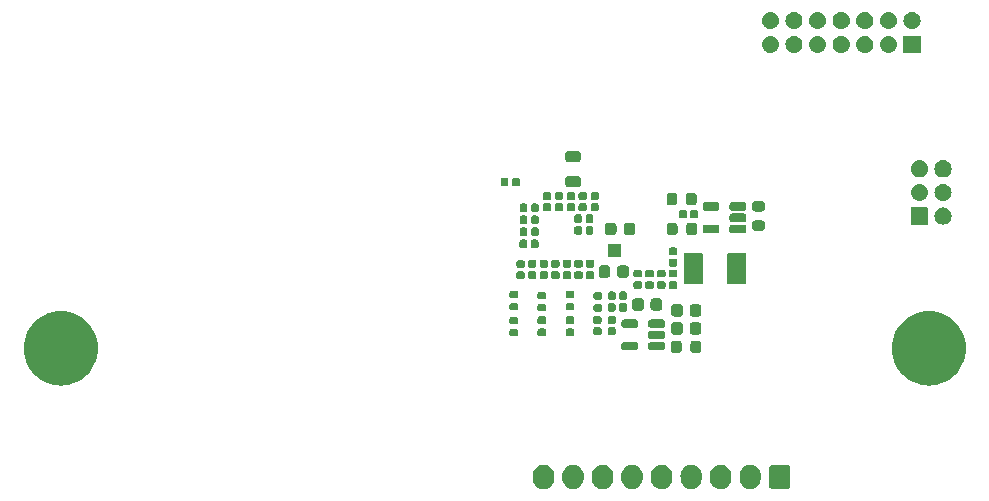
<source format=gbs>
G04 #@! TF.GenerationSoftware,KiCad,Pcbnew,8.0.0-rc1*
G04 #@! TF.CreationDate,2025-03-14T12:06:18+03:00*
G04 #@! TF.ProjectId,Movita_IO_Expansion_Board_V2.0,4d6f7669-7461-45f4-994f-5f457870616e,REV1*
G04 #@! TF.SameCoordinates,Original*
G04 #@! TF.FileFunction,Soldermask,Bot*
G04 #@! TF.FilePolarity,Negative*
%FSLAX46Y46*%
G04 Gerber Fmt 4.6, Leading zero omitted, Abs format (unit mm)*
G04 Created by KiCad (PCBNEW 8.0.0-rc1) date 2025-03-14 12:06:18*
%MOMM*%
%LPD*%
G01*
G04 APERTURE LIST*
G04 APERTURE END LIST*
G36*
X139398914Y-89700292D02*
G01*
X139403645Y-89702381D01*
X139406811Y-89702798D01*
X139446442Y-89721278D01*
X139500106Y-89744973D01*
X139578324Y-89823191D01*
X139602028Y-89876876D01*
X139620498Y-89916485D01*
X139620914Y-89919648D01*
X139623005Y-89924383D01*
X139631000Y-89993297D01*
X139631000Y-91443297D01*
X139623005Y-91512211D01*
X139620914Y-91516945D01*
X139620498Y-91520108D01*
X139602036Y-91559699D01*
X139578324Y-91613403D01*
X139500106Y-91691621D01*
X139446402Y-91715333D01*
X139406811Y-91733795D01*
X139403648Y-91734211D01*
X139398914Y-91736302D01*
X139330000Y-91744297D01*
X138130000Y-91744297D01*
X138061086Y-91736302D01*
X138056351Y-91734211D01*
X138053188Y-91733795D01*
X138013579Y-91715325D01*
X137959894Y-91691621D01*
X137881676Y-91613403D01*
X137857981Y-91559739D01*
X137839501Y-91520108D01*
X137839084Y-91516942D01*
X137836995Y-91512211D01*
X137829000Y-91443297D01*
X137829000Y-89993297D01*
X137836995Y-89924383D01*
X137839084Y-89919651D01*
X137839501Y-89916485D01*
X137857989Y-89876835D01*
X137881676Y-89823191D01*
X137959894Y-89744973D01*
X138013538Y-89721286D01*
X138053188Y-89702798D01*
X138056354Y-89702381D01*
X138061086Y-89700292D01*
X138130000Y-89692297D01*
X139330000Y-89692297D01*
X139398914Y-89700292D01*
G37*
G36*
X118991546Y-89731094D02*
G01*
X119154728Y-89798686D01*
X119301588Y-89896815D01*
X119426482Y-90021709D01*
X119524611Y-90168569D01*
X119592203Y-90331751D01*
X119626661Y-90504984D01*
X119631000Y-90843297D01*
X119626661Y-90931610D01*
X119592203Y-91104843D01*
X119524611Y-91268025D01*
X119426482Y-91414885D01*
X119301588Y-91539779D01*
X119154728Y-91637908D01*
X118991546Y-91705500D01*
X118818313Y-91739958D01*
X118641687Y-91739958D01*
X118468454Y-91705500D01*
X118305272Y-91637908D01*
X118158412Y-91539779D01*
X118033518Y-91414885D01*
X117935389Y-91268025D01*
X117867797Y-91104843D01*
X117833339Y-90931610D01*
X117829000Y-90593297D01*
X117833339Y-90504984D01*
X117867797Y-90331751D01*
X117935389Y-90168569D01*
X118033518Y-90021709D01*
X118158412Y-89896815D01*
X118305272Y-89798686D01*
X118468454Y-89731094D01*
X118641687Y-89696636D01*
X118818313Y-89696636D01*
X118991546Y-89731094D01*
G37*
G36*
X121491546Y-89731094D02*
G01*
X121654728Y-89798686D01*
X121801588Y-89896815D01*
X121926482Y-90021709D01*
X122024611Y-90168569D01*
X122092203Y-90331751D01*
X122126661Y-90504984D01*
X122131000Y-90843297D01*
X122126661Y-90931610D01*
X122092203Y-91104843D01*
X122024611Y-91268025D01*
X121926482Y-91414885D01*
X121801588Y-91539779D01*
X121654728Y-91637908D01*
X121491546Y-91705500D01*
X121318313Y-91739958D01*
X121141687Y-91739958D01*
X120968454Y-91705500D01*
X120805272Y-91637908D01*
X120658412Y-91539779D01*
X120533518Y-91414885D01*
X120435389Y-91268025D01*
X120367797Y-91104843D01*
X120333339Y-90931610D01*
X120329000Y-90593297D01*
X120333339Y-90504984D01*
X120367797Y-90331751D01*
X120435389Y-90168569D01*
X120533518Y-90021709D01*
X120658412Y-89896815D01*
X120805272Y-89798686D01*
X120968454Y-89731094D01*
X121141687Y-89696636D01*
X121318313Y-89696636D01*
X121491546Y-89731094D01*
G37*
G36*
X123991546Y-89731094D02*
G01*
X124154728Y-89798686D01*
X124301588Y-89896815D01*
X124426482Y-90021709D01*
X124524611Y-90168569D01*
X124592203Y-90331751D01*
X124626661Y-90504984D01*
X124631000Y-90843297D01*
X124626661Y-90931610D01*
X124592203Y-91104843D01*
X124524611Y-91268025D01*
X124426482Y-91414885D01*
X124301588Y-91539779D01*
X124154728Y-91637908D01*
X123991546Y-91705500D01*
X123818313Y-91739958D01*
X123641687Y-91739958D01*
X123468454Y-91705500D01*
X123305272Y-91637908D01*
X123158412Y-91539779D01*
X123033518Y-91414885D01*
X122935389Y-91268025D01*
X122867797Y-91104843D01*
X122833339Y-90931610D01*
X122829000Y-90593297D01*
X122833339Y-90504984D01*
X122867797Y-90331751D01*
X122935389Y-90168569D01*
X123033518Y-90021709D01*
X123158412Y-89896815D01*
X123305272Y-89798686D01*
X123468454Y-89731094D01*
X123641687Y-89696636D01*
X123818313Y-89696636D01*
X123991546Y-89731094D01*
G37*
G36*
X126491546Y-89731094D02*
G01*
X126654728Y-89798686D01*
X126801588Y-89896815D01*
X126926482Y-90021709D01*
X127024611Y-90168569D01*
X127092203Y-90331751D01*
X127126661Y-90504984D01*
X127131000Y-90843297D01*
X127126661Y-90931610D01*
X127092203Y-91104843D01*
X127024611Y-91268025D01*
X126926482Y-91414885D01*
X126801588Y-91539779D01*
X126654728Y-91637908D01*
X126491546Y-91705500D01*
X126318313Y-91739958D01*
X126141687Y-91739958D01*
X125968454Y-91705500D01*
X125805272Y-91637908D01*
X125658412Y-91539779D01*
X125533518Y-91414885D01*
X125435389Y-91268025D01*
X125367797Y-91104843D01*
X125333339Y-90931610D01*
X125329000Y-90593297D01*
X125333339Y-90504984D01*
X125367797Y-90331751D01*
X125435389Y-90168569D01*
X125533518Y-90021709D01*
X125658412Y-89896815D01*
X125805272Y-89798686D01*
X125968454Y-89731094D01*
X126141687Y-89696636D01*
X126318313Y-89696636D01*
X126491546Y-89731094D01*
G37*
G36*
X128991546Y-89731094D02*
G01*
X129154728Y-89798686D01*
X129301588Y-89896815D01*
X129426482Y-90021709D01*
X129524611Y-90168569D01*
X129592203Y-90331751D01*
X129626661Y-90504984D01*
X129631000Y-90843297D01*
X129626661Y-90931610D01*
X129592203Y-91104843D01*
X129524611Y-91268025D01*
X129426482Y-91414885D01*
X129301588Y-91539779D01*
X129154728Y-91637908D01*
X128991546Y-91705500D01*
X128818313Y-91739958D01*
X128641687Y-91739958D01*
X128468454Y-91705500D01*
X128305272Y-91637908D01*
X128158412Y-91539779D01*
X128033518Y-91414885D01*
X127935389Y-91268025D01*
X127867797Y-91104843D01*
X127833339Y-90931610D01*
X127829000Y-90593297D01*
X127833339Y-90504984D01*
X127867797Y-90331751D01*
X127935389Y-90168569D01*
X128033518Y-90021709D01*
X128158412Y-89896815D01*
X128305272Y-89798686D01*
X128468454Y-89731094D01*
X128641687Y-89696636D01*
X128818313Y-89696636D01*
X128991546Y-89731094D01*
G37*
G36*
X131491546Y-89731094D02*
G01*
X131654728Y-89798686D01*
X131801588Y-89896815D01*
X131926482Y-90021709D01*
X132024611Y-90168569D01*
X132092203Y-90331751D01*
X132126661Y-90504984D01*
X132131000Y-90843297D01*
X132126661Y-90931610D01*
X132092203Y-91104843D01*
X132024611Y-91268025D01*
X131926482Y-91414885D01*
X131801588Y-91539779D01*
X131654728Y-91637908D01*
X131491546Y-91705500D01*
X131318313Y-91739958D01*
X131141687Y-91739958D01*
X130968454Y-91705500D01*
X130805272Y-91637908D01*
X130658412Y-91539779D01*
X130533518Y-91414885D01*
X130435389Y-91268025D01*
X130367797Y-91104843D01*
X130333339Y-90931610D01*
X130329000Y-90593297D01*
X130333339Y-90504984D01*
X130367797Y-90331751D01*
X130435389Y-90168569D01*
X130533518Y-90021709D01*
X130658412Y-89896815D01*
X130805272Y-89798686D01*
X130968454Y-89731094D01*
X131141687Y-89696636D01*
X131318313Y-89696636D01*
X131491546Y-89731094D01*
G37*
G36*
X133991546Y-89731094D02*
G01*
X134154728Y-89798686D01*
X134301588Y-89896815D01*
X134426482Y-90021709D01*
X134524611Y-90168569D01*
X134592203Y-90331751D01*
X134626661Y-90504984D01*
X134631000Y-90843297D01*
X134626661Y-90931610D01*
X134592203Y-91104843D01*
X134524611Y-91268025D01*
X134426482Y-91414885D01*
X134301588Y-91539779D01*
X134154728Y-91637908D01*
X133991546Y-91705500D01*
X133818313Y-91739958D01*
X133641687Y-91739958D01*
X133468454Y-91705500D01*
X133305272Y-91637908D01*
X133158412Y-91539779D01*
X133033518Y-91414885D01*
X132935389Y-91268025D01*
X132867797Y-91104843D01*
X132833339Y-90931610D01*
X132829000Y-90593297D01*
X132833339Y-90504984D01*
X132867797Y-90331751D01*
X132935389Y-90168569D01*
X133033518Y-90021709D01*
X133158412Y-89896815D01*
X133305272Y-89798686D01*
X133468454Y-89731094D01*
X133641687Y-89696636D01*
X133818313Y-89696636D01*
X133991546Y-89731094D01*
G37*
G36*
X136491546Y-89731094D02*
G01*
X136654728Y-89798686D01*
X136801588Y-89896815D01*
X136926482Y-90021709D01*
X137024611Y-90168569D01*
X137092203Y-90331751D01*
X137126661Y-90504984D01*
X137131000Y-90843297D01*
X137126661Y-90931610D01*
X137092203Y-91104843D01*
X137024611Y-91268025D01*
X136926482Y-91414885D01*
X136801588Y-91539779D01*
X136654728Y-91637908D01*
X136491546Y-91705500D01*
X136318313Y-91739958D01*
X136141687Y-91739958D01*
X135968454Y-91705500D01*
X135805272Y-91637908D01*
X135658412Y-91539779D01*
X135533518Y-91414885D01*
X135435389Y-91268025D01*
X135367797Y-91104843D01*
X135333339Y-90931610D01*
X135329000Y-90593297D01*
X135333339Y-90504984D01*
X135367797Y-90331751D01*
X135435389Y-90168569D01*
X135533518Y-90021709D01*
X135658412Y-89896815D01*
X135805272Y-89798686D01*
X135968454Y-89731094D01*
X136141687Y-89696636D01*
X136318313Y-89696636D01*
X136491546Y-89731094D01*
G37*
G36*
X78212897Y-76697110D02*
G01*
X78561260Y-76756299D01*
X78900806Y-76854121D01*
X79227265Y-76989344D01*
X79536530Y-77160269D01*
X79824713Y-77364746D01*
X80088190Y-77600204D01*
X80323648Y-77863681D01*
X80528125Y-78151864D01*
X80699050Y-78461129D01*
X80834273Y-78787588D01*
X80932095Y-79127134D01*
X80991284Y-79475497D01*
X81011097Y-79828297D01*
X80991284Y-80181097D01*
X80932095Y-80529460D01*
X80834273Y-80869006D01*
X80699050Y-81195465D01*
X80528125Y-81504730D01*
X80323648Y-81792913D01*
X80088190Y-82056390D01*
X79824713Y-82291848D01*
X79536530Y-82496325D01*
X79227265Y-82667250D01*
X78900806Y-82802473D01*
X78561260Y-82900295D01*
X78212897Y-82959484D01*
X77860097Y-82979297D01*
X77507297Y-82959484D01*
X77158934Y-82900295D01*
X76819388Y-82802473D01*
X76492929Y-82667250D01*
X76183664Y-82496325D01*
X75895481Y-82291848D01*
X75632004Y-82056390D01*
X75396546Y-81792913D01*
X75192069Y-81504730D01*
X75021144Y-81195465D01*
X74885921Y-80869006D01*
X74788099Y-80529460D01*
X74728910Y-80181097D01*
X74709097Y-79828297D01*
X74728910Y-79475497D01*
X74788099Y-79127134D01*
X74885921Y-78787588D01*
X75021144Y-78461129D01*
X75192069Y-78151864D01*
X75396546Y-77863681D01*
X75632004Y-77600204D01*
X75895481Y-77364746D01*
X76183664Y-77160269D01*
X76492929Y-76989344D01*
X76819388Y-76854121D01*
X77158934Y-76756299D01*
X77507297Y-76697110D01*
X77860097Y-76677297D01*
X78212897Y-76697110D01*
G37*
G36*
X151712897Y-76697110D02*
G01*
X152061260Y-76756299D01*
X152400806Y-76854121D01*
X152727265Y-76989344D01*
X153036530Y-77160269D01*
X153324713Y-77364746D01*
X153588190Y-77600204D01*
X153823648Y-77863681D01*
X154028125Y-78151864D01*
X154199050Y-78461129D01*
X154334273Y-78787588D01*
X154432095Y-79127134D01*
X154491284Y-79475497D01*
X154511097Y-79828297D01*
X154491284Y-80181097D01*
X154432095Y-80529460D01*
X154334273Y-80869006D01*
X154199050Y-81195465D01*
X154028125Y-81504730D01*
X153823648Y-81792913D01*
X153588190Y-82056390D01*
X153324713Y-82291848D01*
X153036530Y-82496325D01*
X152727265Y-82667250D01*
X152400806Y-82802473D01*
X152061260Y-82900295D01*
X151712897Y-82959484D01*
X151360097Y-82979297D01*
X151007297Y-82959484D01*
X150658934Y-82900295D01*
X150319388Y-82802473D01*
X149992929Y-82667250D01*
X149683664Y-82496325D01*
X149395481Y-82291848D01*
X149132004Y-82056390D01*
X148896546Y-81792913D01*
X148692069Y-81504730D01*
X148521144Y-81195465D01*
X148385921Y-80869006D01*
X148288099Y-80529460D01*
X148228910Y-80181097D01*
X148209097Y-79828297D01*
X148228910Y-79475497D01*
X148288099Y-79127134D01*
X148385921Y-78787588D01*
X148521144Y-78461129D01*
X148692069Y-78151864D01*
X148896546Y-77863681D01*
X149132004Y-77600204D01*
X149395481Y-77364746D01*
X149683664Y-77160269D01*
X149992929Y-76989344D01*
X150319388Y-76854121D01*
X150658934Y-76756299D01*
X151007297Y-76697110D01*
X151360097Y-76677297D01*
X151712897Y-76697110D01*
G37*
G36*
X130178628Y-79174713D02*
G01*
X130230809Y-79180767D01*
X130248637Y-79188639D01*
X130271044Y-79193096D01*
X130295032Y-79209124D01*
X130316399Y-79218559D01*
X130330992Y-79233152D01*
X130352474Y-79247506D01*
X130366827Y-79268987D01*
X130381420Y-79283580D01*
X130390853Y-79304944D01*
X130406884Y-79328936D01*
X130411341Y-79351344D01*
X130419212Y-79369170D01*
X130425264Y-79421341D01*
X130425990Y-79424990D01*
X130425990Y-79974990D01*
X130425263Y-79978641D01*
X130419212Y-80030809D01*
X130411341Y-80048633D01*
X130406884Y-80071044D01*
X130390852Y-80095037D01*
X130381420Y-80116399D01*
X130366829Y-80130989D01*
X130352474Y-80152474D01*
X130330989Y-80166829D01*
X130316399Y-80181420D01*
X130295037Y-80190852D01*
X130271044Y-80206884D01*
X130248633Y-80211341D01*
X130230809Y-80219212D01*
X130178640Y-80225263D01*
X130174990Y-80225990D01*
X129774990Y-80225990D01*
X129771341Y-80225264D01*
X129719170Y-80219212D01*
X129701344Y-80211341D01*
X129678936Y-80206884D01*
X129654944Y-80190853D01*
X129633580Y-80181420D01*
X129618987Y-80166827D01*
X129597506Y-80152474D01*
X129583152Y-80130992D01*
X129568559Y-80116399D01*
X129559124Y-80095032D01*
X129543096Y-80071044D01*
X129538639Y-80048637D01*
X129530767Y-80030809D01*
X129524713Y-79978628D01*
X129523990Y-79974990D01*
X129523990Y-79424990D01*
X129524713Y-79421351D01*
X129530767Y-79369170D01*
X129538639Y-79351340D01*
X129543096Y-79328936D01*
X129559123Y-79304949D01*
X129568559Y-79283580D01*
X129583154Y-79268984D01*
X129597506Y-79247506D01*
X129618984Y-79233154D01*
X129633580Y-79218559D01*
X129654949Y-79209123D01*
X129678936Y-79193096D01*
X129701340Y-79188639D01*
X129719170Y-79180767D01*
X129771353Y-79174713D01*
X129774990Y-79173990D01*
X130174990Y-79173990D01*
X130178628Y-79174713D01*
G37*
G36*
X131828628Y-79174713D02*
G01*
X131880809Y-79180767D01*
X131898637Y-79188639D01*
X131921044Y-79193096D01*
X131945032Y-79209124D01*
X131966399Y-79218559D01*
X131980992Y-79233152D01*
X132002474Y-79247506D01*
X132016827Y-79268987D01*
X132031420Y-79283580D01*
X132040853Y-79304944D01*
X132056884Y-79328936D01*
X132061341Y-79351344D01*
X132069212Y-79369170D01*
X132075264Y-79421341D01*
X132075990Y-79424990D01*
X132075990Y-79974990D01*
X132075263Y-79978641D01*
X132069212Y-80030809D01*
X132061341Y-80048633D01*
X132056884Y-80071044D01*
X132040852Y-80095037D01*
X132031420Y-80116399D01*
X132016829Y-80130989D01*
X132002474Y-80152474D01*
X131980989Y-80166829D01*
X131966399Y-80181420D01*
X131945037Y-80190852D01*
X131921044Y-80206884D01*
X131898633Y-80211341D01*
X131880809Y-80219212D01*
X131828640Y-80225263D01*
X131824990Y-80225990D01*
X131424990Y-80225990D01*
X131421341Y-80225264D01*
X131369170Y-80219212D01*
X131351344Y-80211341D01*
X131328936Y-80206884D01*
X131304944Y-80190853D01*
X131283580Y-80181420D01*
X131268987Y-80166827D01*
X131247506Y-80152474D01*
X131233152Y-80130992D01*
X131218559Y-80116399D01*
X131209124Y-80095032D01*
X131193096Y-80071044D01*
X131188639Y-80048637D01*
X131180767Y-80030809D01*
X131174713Y-79978628D01*
X131173990Y-79974990D01*
X131173990Y-79424990D01*
X131174713Y-79421351D01*
X131180767Y-79369170D01*
X131188639Y-79351340D01*
X131193096Y-79328936D01*
X131209123Y-79304949D01*
X131218559Y-79283580D01*
X131233154Y-79268984D01*
X131247506Y-79247506D01*
X131268984Y-79233154D01*
X131283580Y-79218559D01*
X131304949Y-79209123D01*
X131328936Y-79193096D01*
X131351340Y-79188639D01*
X131369170Y-79180767D01*
X131421353Y-79174713D01*
X131424990Y-79173990D01*
X131824990Y-79173990D01*
X131828628Y-79174713D01*
G37*
G36*
X126621919Y-79291800D02*
G01*
X126687128Y-79335372D01*
X126730700Y-79400581D01*
X126746000Y-79477500D01*
X126746000Y-79777500D01*
X126730700Y-79854419D01*
X126687128Y-79919628D01*
X126621919Y-79963200D01*
X126545000Y-79978500D01*
X125520000Y-79978500D01*
X125443081Y-79963200D01*
X125377872Y-79919628D01*
X125334300Y-79854419D01*
X125319000Y-79777500D01*
X125319000Y-79477500D01*
X125334300Y-79400581D01*
X125377872Y-79335372D01*
X125443081Y-79291800D01*
X125520000Y-79276500D01*
X126545000Y-79276500D01*
X126621919Y-79291800D01*
G37*
G36*
X128896919Y-79291800D02*
G01*
X128962128Y-79335372D01*
X129005700Y-79400581D01*
X129021000Y-79477500D01*
X129021000Y-79777500D01*
X129005700Y-79854419D01*
X128962128Y-79919628D01*
X128896919Y-79963200D01*
X128820000Y-79978500D01*
X127795000Y-79978500D01*
X127718081Y-79963200D01*
X127652872Y-79919628D01*
X127609300Y-79854419D01*
X127594000Y-79777500D01*
X127594000Y-79477500D01*
X127609300Y-79400581D01*
X127652872Y-79335372D01*
X127718081Y-79291800D01*
X127795000Y-79276500D01*
X128820000Y-79276500D01*
X128896919Y-79291800D01*
G37*
G36*
X128896919Y-78341800D02*
G01*
X128962128Y-78385372D01*
X129005700Y-78450581D01*
X129021000Y-78527500D01*
X129021000Y-78827500D01*
X129005700Y-78904419D01*
X128962128Y-78969628D01*
X128896919Y-79013200D01*
X128820000Y-79028500D01*
X127795000Y-79028500D01*
X127718081Y-79013200D01*
X127652872Y-78969628D01*
X127609300Y-78904419D01*
X127594000Y-78827500D01*
X127594000Y-78527500D01*
X127609300Y-78450581D01*
X127652872Y-78385372D01*
X127718081Y-78341800D01*
X127795000Y-78326500D01*
X128820000Y-78326500D01*
X128896919Y-78341800D01*
G37*
G36*
X116466179Y-78173158D02*
G01*
X116526522Y-78213478D01*
X116566842Y-78273821D01*
X116581000Y-78345000D01*
X116581000Y-78615000D01*
X116566842Y-78686179D01*
X116526522Y-78746522D01*
X116466179Y-78786842D01*
X116395000Y-78801000D01*
X116025000Y-78801000D01*
X115953821Y-78786842D01*
X115893478Y-78746522D01*
X115853158Y-78686179D01*
X115839000Y-78615000D01*
X115839000Y-78345000D01*
X115853158Y-78273821D01*
X115893478Y-78213478D01*
X115953821Y-78173158D01*
X116025000Y-78159000D01*
X116395000Y-78159000D01*
X116466179Y-78173158D01*
G37*
G36*
X118846179Y-78153158D02*
G01*
X118906522Y-78193478D01*
X118946842Y-78253821D01*
X118961000Y-78325000D01*
X118961000Y-78595000D01*
X118946842Y-78666179D01*
X118906522Y-78726522D01*
X118846179Y-78766842D01*
X118775000Y-78781000D01*
X118405000Y-78781000D01*
X118333821Y-78766842D01*
X118273478Y-78726522D01*
X118233158Y-78666179D01*
X118219000Y-78595000D01*
X118219000Y-78325000D01*
X118233158Y-78253821D01*
X118273478Y-78193478D01*
X118333821Y-78153158D01*
X118405000Y-78139000D01*
X118775000Y-78139000D01*
X118846179Y-78153158D01*
G37*
G36*
X121226179Y-78153158D02*
G01*
X121286522Y-78193478D01*
X121326842Y-78253821D01*
X121341000Y-78325000D01*
X121341000Y-78595000D01*
X121326842Y-78666179D01*
X121286522Y-78726522D01*
X121226179Y-78766842D01*
X121155000Y-78781000D01*
X120785000Y-78781000D01*
X120713821Y-78766842D01*
X120653478Y-78726522D01*
X120613158Y-78666179D01*
X120599000Y-78595000D01*
X120599000Y-78325000D01*
X120613158Y-78253821D01*
X120653478Y-78193478D01*
X120713821Y-78153158D01*
X120785000Y-78139000D01*
X121155000Y-78139000D01*
X121226179Y-78153158D01*
G37*
G36*
X123533093Y-78053539D02*
G01*
X123595057Y-78094943D01*
X123636461Y-78156907D01*
X123651000Y-78230000D01*
X123651000Y-78510000D01*
X123636461Y-78583093D01*
X123595057Y-78645057D01*
X123533093Y-78686461D01*
X123460000Y-78701000D01*
X123120000Y-78701000D01*
X123046907Y-78686461D01*
X122984943Y-78645057D01*
X122943539Y-78583093D01*
X122929000Y-78510000D01*
X122929000Y-78230000D01*
X122943539Y-78156907D01*
X122984943Y-78094943D01*
X123046907Y-78053539D01*
X123120000Y-78039000D01*
X123460000Y-78039000D01*
X123533093Y-78053539D01*
G37*
G36*
X124763093Y-78053539D02*
G01*
X124825057Y-78094943D01*
X124866461Y-78156907D01*
X124881000Y-78230000D01*
X124881000Y-78510000D01*
X124866461Y-78583093D01*
X124825057Y-78645057D01*
X124763093Y-78686461D01*
X124690000Y-78701000D01*
X124350000Y-78701000D01*
X124276907Y-78686461D01*
X124214943Y-78645057D01*
X124173539Y-78583093D01*
X124159000Y-78510000D01*
X124159000Y-78230000D01*
X124173539Y-78156907D01*
X124214943Y-78094943D01*
X124276907Y-78053539D01*
X124350000Y-78039000D01*
X124690000Y-78039000D01*
X124763093Y-78053539D01*
G37*
G36*
X130275774Y-77625148D02*
G01*
X130340341Y-77633649D01*
X130356580Y-77641221D01*
X130375621Y-77645009D01*
X130400839Y-77661859D01*
X130427908Y-77674482D01*
X130444377Y-77690951D01*
X130465161Y-77704839D01*
X130479048Y-77725622D01*
X130495517Y-77742091D01*
X130508138Y-77769157D01*
X130524991Y-77794379D01*
X130528778Y-77813422D01*
X130536350Y-77829659D01*
X130544848Y-77894212D01*
X130546000Y-77900000D01*
X130546000Y-78400000D01*
X130544848Y-78405789D01*
X130536350Y-78470341D01*
X130528779Y-78486577D01*
X130524991Y-78505621D01*
X130508136Y-78530844D01*
X130495517Y-78557908D01*
X130479050Y-78574374D01*
X130465161Y-78595161D01*
X130444374Y-78609050D01*
X130427908Y-78625517D01*
X130400845Y-78638136D01*
X130375621Y-78654991D01*
X130356575Y-78658779D01*
X130340340Y-78666350D01*
X130275789Y-78674848D01*
X130270000Y-78676000D01*
X129820000Y-78676000D01*
X129814212Y-78674848D01*
X129749658Y-78666350D01*
X129733421Y-78658778D01*
X129714379Y-78654991D01*
X129689157Y-78638138D01*
X129662091Y-78625517D01*
X129645622Y-78609048D01*
X129624839Y-78595161D01*
X129610951Y-78574377D01*
X129594482Y-78557908D01*
X129581860Y-78530840D01*
X129565009Y-78505621D01*
X129561221Y-78486579D01*
X129553649Y-78470340D01*
X129545148Y-78405774D01*
X129544000Y-78400000D01*
X129544000Y-77900000D01*
X129545148Y-77894227D01*
X129553649Y-77829658D01*
X129561222Y-77813417D01*
X129565009Y-77794379D01*
X129581858Y-77769162D01*
X129594482Y-77742091D01*
X129610953Y-77725619D01*
X129624839Y-77704839D01*
X129645619Y-77690953D01*
X129662091Y-77674482D01*
X129689162Y-77661858D01*
X129714379Y-77645009D01*
X129733418Y-77641221D01*
X129749659Y-77633649D01*
X129814227Y-77625148D01*
X129820000Y-77624000D01*
X130270000Y-77624000D01*
X130275774Y-77625148D01*
G37*
G36*
X131825774Y-77625148D02*
G01*
X131890341Y-77633649D01*
X131906580Y-77641221D01*
X131925621Y-77645009D01*
X131950839Y-77661859D01*
X131977908Y-77674482D01*
X131994377Y-77690951D01*
X132015161Y-77704839D01*
X132029048Y-77725622D01*
X132045517Y-77742091D01*
X132058138Y-77769157D01*
X132074991Y-77794379D01*
X132078778Y-77813422D01*
X132086350Y-77829659D01*
X132094848Y-77894212D01*
X132096000Y-77900000D01*
X132096000Y-78400000D01*
X132094848Y-78405789D01*
X132086350Y-78470341D01*
X132078779Y-78486577D01*
X132074991Y-78505621D01*
X132058136Y-78530844D01*
X132045517Y-78557908D01*
X132029050Y-78574374D01*
X132015161Y-78595161D01*
X131994374Y-78609050D01*
X131977908Y-78625517D01*
X131950845Y-78638136D01*
X131925621Y-78654991D01*
X131906575Y-78658779D01*
X131890340Y-78666350D01*
X131825789Y-78674848D01*
X131820000Y-78676000D01*
X131370000Y-78676000D01*
X131364212Y-78674848D01*
X131299658Y-78666350D01*
X131283421Y-78658778D01*
X131264379Y-78654991D01*
X131239157Y-78638138D01*
X131212091Y-78625517D01*
X131195622Y-78609048D01*
X131174839Y-78595161D01*
X131160951Y-78574377D01*
X131144482Y-78557908D01*
X131131860Y-78530840D01*
X131115009Y-78505621D01*
X131111221Y-78486579D01*
X131103649Y-78470340D01*
X131095148Y-78405774D01*
X131094000Y-78400000D01*
X131094000Y-77900000D01*
X131095148Y-77894227D01*
X131103649Y-77829658D01*
X131111222Y-77813417D01*
X131115009Y-77794379D01*
X131131858Y-77769162D01*
X131144482Y-77742091D01*
X131160953Y-77725619D01*
X131174839Y-77704839D01*
X131195619Y-77690953D01*
X131212091Y-77674482D01*
X131239162Y-77661858D01*
X131264379Y-77645009D01*
X131283418Y-77641221D01*
X131299659Y-77633649D01*
X131364227Y-77625148D01*
X131370000Y-77624000D01*
X131820000Y-77624000D01*
X131825774Y-77625148D01*
G37*
G36*
X126621919Y-77391800D02*
G01*
X126687128Y-77435372D01*
X126730700Y-77500581D01*
X126746000Y-77577500D01*
X126746000Y-77877500D01*
X126730700Y-77954419D01*
X126687128Y-78019628D01*
X126621919Y-78063200D01*
X126545000Y-78078500D01*
X125520000Y-78078500D01*
X125443081Y-78063200D01*
X125377872Y-78019628D01*
X125334300Y-77954419D01*
X125319000Y-77877500D01*
X125319000Y-77577500D01*
X125334300Y-77500581D01*
X125377872Y-77435372D01*
X125443081Y-77391800D01*
X125520000Y-77376500D01*
X126545000Y-77376500D01*
X126621919Y-77391800D01*
G37*
G36*
X128896919Y-77391800D02*
G01*
X128962128Y-77435372D01*
X129005700Y-77500581D01*
X129021000Y-77577500D01*
X129021000Y-77877500D01*
X129005700Y-77954419D01*
X128962128Y-78019628D01*
X128896919Y-78063200D01*
X128820000Y-78078500D01*
X127795000Y-78078500D01*
X127718081Y-78063200D01*
X127652872Y-78019628D01*
X127609300Y-77954419D01*
X127594000Y-77877500D01*
X127594000Y-77577500D01*
X127609300Y-77500581D01*
X127652872Y-77435372D01*
X127718081Y-77391800D01*
X127795000Y-77376500D01*
X128820000Y-77376500D01*
X128896919Y-77391800D01*
G37*
G36*
X116466179Y-77153158D02*
G01*
X116526522Y-77193478D01*
X116566842Y-77253821D01*
X116581000Y-77325000D01*
X116581000Y-77595000D01*
X116566842Y-77666179D01*
X116526522Y-77726522D01*
X116466179Y-77766842D01*
X116395000Y-77781000D01*
X116025000Y-77781000D01*
X115953821Y-77766842D01*
X115893478Y-77726522D01*
X115853158Y-77666179D01*
X115839000Y-77595000D01*
X115839000Y-77325000D01*
X115853158Y-77253821D01*
X115893478Y-77193478D01*
X115953821Y-77153158D01*
X116025000Y-77139000D01*
X116395000Y-77139000D01*
X116466179Y-77153158D01*
G37*
G36*
X118846179Y-77133158D02*
G01*
X118906522Y-77173478D01*
X118946842Y-77233821D01*
X118961000Y-77305000D01*
X118961000Y-77575000D01*
X118946842Y-77646179D01*
X118906522Y-77706522D01*
X118846179Y-77746842D01*
X118775000Y-77761000D01*
X118405000Y-77761000D01*
X118333821Y-77746842D01*
X118273478Y-77706522D01*
X118233158Y-77646179D01*
X118219000Y-77575000D01*
X118219000Y-77305000D01*
X118233158Y-77233821D01*
X118273478Y-77173478D01*
X118333821Y-77133158D01*
X118405000Y-77119000D01*
X118775000Y-77119000D01*
X118846179Y-77133158D01*
G37*
G36*
X121226179Y-77133158D02*
G01*
X121286522Y-77173478D01*
X121326842Y-77233821D01*
X121341000Y-77305000D01*
X121341000Y-77575000D01*
X121326842Y-77646179D01*
X121286522Y-77706522D01*
X121226179Y-77746842D01*
X121155000Y-77761000D01*
X120785000Y-77761000D01*
X120713821Y-77746842D01*
X120653478Y-77706522D01*
X120613158Y-77646179D01*
X120599000Y-77575000D01*
X120599000Y-77305000D01*
X120613158Y-77233821D01*
X120653478Y-77173478D01*
X120713821Y-77133158D01*
X120785000Y-77119000D01*
X121155000Y-77119000D01*
X121226179Y-77133158D01*
G37*
G36*
X123533093Y-77093539D02*
G01*
X123595057Y-77134943D01*
X123636461Y-77196907D01*
X123651000Y-77270000D01*
X123651000Y-77550000D01*
X123636461Y-77623093D01*
X123595057Y-77685057D01*
X123533093Y-77726461D01*
X123460000Y-77741000D01*
X123120000Y-77741000D01*
X123046907Y-77726461D01*
X122984943Y-77685057D01*
X122943539Y-77623093D01*
X122929000Y-77550000D01*
X122929000Y-77270000D01*
X122943539Y-77196907D01*
X122984943Y-77134943D01*
X123046907Y-77093539D01*
X123120000Y-77079000D01*
X123460000Y-77079000D01*
X123533093Y-77093539D01*
G37*
G36*
X124763093Y-77093539D02*
G01*
X124825057Y-77134943D01*
X124866461Y-77196907D01*
X124881000Y-77270000D01*
X124881000Y-77550000D01*
X124866461Y-77623093D01*
X124825057Y-77685057D01*
X124763093Y-77726461D01*
X124690000Y-77741000D01*
X124350000Y-77741000D01*
X124276907Y-77726461D01*
X124214943Y-77685057D01*
X124173539Y-77623093D01*
X124159000Y-77550000D01*
X124159000Y-77270000D01*
X124173539Y-77196907D01*
X124214943Y-77134943D01*
X124276907Y-77093539D01*
X124350000Y-77079000D01*
X124690000Y-77079000D01*
X124763093Y-77093539D01*
G37*
G36*
X130275774Y-76090148D02*
G01*
X130340341Y-76098649D01*
X130356580Y-76106221D01*
X130375621Y-76110009D01*
X130400839Y-76126859D01*
X130427908Y-76139482D01*
X130444377Y-76155951D01*
X130465161Y-76169839D01*
X130479048Y-76190622D01*
X130495517Y-76207091D01*
X130508138Y-76234157D01*
X130524991Y-76259379D01*
X130528778Y-76278422D01*
X130536350Y-76294659D01*
X130544848Y-76359212D01*
X130546000Y-76365000D01*
X130546000Y-76865000D01*
X130544848Y-76870789D01*
X130536350Y-76935341D01*
X130528779Y-76951577D01*
X130524991Y-76970621D01*
X130508136Y-76995844D01*
X130495517Y-77022908D01*
X130479050Y-77039374D01*
X130465161Y-77060161D01*
X130444374Y-77074050D01*
X130427908Y-77090517D01*
X130400845Y-77103136D01*
X130375621Y-77119991D01*
X130356575Y-77123779D01*
X130340340Y-77131350D01*
X130275789Y-77139848D01*
X130270000Y-77141000D01*
X129820000Y-77141000D01*
X129814212Y-77139848D01*
X129749658Y-77131350D01*
X129733421Y-77123778D01*
X129714379Y-77119991D01*
X129689157Y-77103138D01*
X129662091Y-77090517D01*
X129645622Y-77074048D01*
X129624839Y-77060161D01*
X129610951Y-77039377D01*
X129594482Y-77022908D01*
X129581860Y-76995840D01*
X129565009Y-76970621D01*
X129561221Y-76951579D01*
X129553649Y-76935340D01*
X129545148Y-76870774D01*
X129544000Y-76865000D01*
X129544000Y-76365000D01*
X129545148Y-76359227D01*
X129553649Y-76294658D01*
X129561222Y-76278417D01*
X129565009Y-76259379D01*
X129581858Y-76234162D01*
X129594482Y-76207091D01*
X129610953Y-76190619D01*
X129624839Y-76169839D01*
X129645619Y-76155953D01*
X129662091Y-76139482D01*
X129689162Y-76126858D01*
X129714379Y-76110009D01*
X129733418Y-76106221D01*
X129749659Y-76098649D01*
X129814227Y-76090148D01*
X129820000Y-76089000D01*
X130270000Y-76089000D01*
X130275774Y-76090148D01*
G37*
G36*
X131825774Y-76090148D02*
G01*
X131890341Y-76098649D01*
X131906580Y-76106221D01*
X131925621Y-76110009D01*
X131950839Y-76126859D01*
X131977908Y-76139482D01*
X131994377Y-76155951D01*
X132015161Y-76169839D01*
X132029048Y-76190622D01*
X132045517Y-76207091D01*
X132058138Y-76234157D01*
X132074991Y-76259379D01*
X132078778Y-76278422D01*
X132086350Y-76294659D01*
X132094848Y-76359212D01*
X132096000Y-76365000D01*
X132096000Y-76865000D01*
X132094848Y-76870789D01*
X132086350Y-76935341D01*
X132078779Y-76951577D01*
X132074991Y-76970621D01*
X132058136Y-76995844D01*
X132045517Y-77022908D01*
X132029050Y-77039374D01*
X132015161Y-77060161D01*
X131994374Y-77074050D01*
X131977908Y-77090517D01*
X131950845Y-77103136D01*
X131925621Y-77119991D01*
X131906575Y-77123779D01*
X131890340Y-77131350D01*
X131825789Y-77139848D01*
X131820000Y-77141000D01*
X131370000Y-77141000D01*
X131364212Y-77139848D01*
X131299658Y-77131350D01*
X131283421Y-77123778D01*
X131264379Y-77119991D01*
X131239157Y-77103138D01*
X131212091Y-77090517D01*
X131195622Y-77074048D01*
X131174839Y-77060161D01*
X131160951Y-77039377D01*
X131144482Y-77022908D01*
X131131860Y-76995840D01*
X131115009Y-76970621D01*
X131111221Y-76951579D01*
X131103649Y-76935340D01*
X131095148Y-76870774D01*
X131094000Y-76865000D01*
X131094000Y-76365000D01*
X131095148Y-76359227D01*
X131103649Y-76294658D01*
X131111222Y-76278417D01*
X131115009Y-76259379D01*
X131131858Y-76234162D01*
X131144482Y-76207091D01*
X131160953Y-76190619D01*
X131174839Y-76169839D01*
X131195619Y-76155953D01*
X131212091Y-76139482D01*
X131239162Y-76126858D01*
X131264379Y-76110009D01*
X131283418Y-76106221D01*
X131299659Y-76098649D01*
X131364227Y-76090148D01*
X131370000Y-76089000D01*
X131820000Y-76089000D01*
X131825774Y-76090148D01*
G37*
G36*
X123586179Y-76093158D02*
G01*
X123646522Y-76133478D01*
X123686842Y-76193821D01*
X123701000Y-76265000D01*
X123701000Y-76535000D01*
X123686842Y-76606179D01*
X123646522Y-76666522D01*
X123586179Y-76706842D01*
X123515000Y-76721000D01*
X123145000Y-76721000D01*
X123073821Y-76706842D01*
X123013478Y-76666522D01*
X122973158Y-76606179D01*
X122959000Y-76535000D01*
X122959000Y-76265000D01*
X122973158Y-76193821D01*
X123013478Y-76133478D01*
X123073821Y-76093158D01*
X123145000Y-76079000D01*
X123515000Y-76079000D01*
X123586179Y-76093158D01*
G37*
G36*
X124713093Y-76003539D02*
G01*
X124775057Y-76044943D01*
X124816461Y-76106907D01*
X124831000Y-76180000D01*
X124831000Y-76520000D01*
X124816461Y-76593093D01*
X124775057Y-76655057D01*
X124713093Y-76696461D01*
X124640000Y-76711000D01*
X124360000Y-76711000D01*
X124286907Y-76696461D01*
X124224943Y-76655057D01*
X124183539Y-76593093D01*
X124169000Y-76520000D01*
X124169000Y-76180000D01*
X124183539Y-76106907D01*
X124224943Y-76044943D01*
X124286907Y-76003539D01*
X124360000Y-75989000D01*
X124640000Y-75989000D01*
X124713093Y-76003539D01*
G37*
G36*
X125673093Y-76003539D02*
G01*
X125735057Y-76044943D01*
X125776461Y-76106907D01*
X125791000Y-76180000D01*
X125791000Y-76520000D01*
X125776461Y-76593093D01*
X125735057Y-76655057D01*
X125673093Y-76696461D01*
X125600000Y-76711000D01*
X125320000Y-76711000D01*
X125246907Y-76696461D01*
X125184943Y-76655057D01*
X125143539Y-76593093D01*
X125129000Y-76520000D01*
X125129000Y-76180000D01*
X125143539Y-76106907D01*
X125184943Y-76044943D01*
X125246907Y-76003539D01*
X125320000Y-75989000D01*
X125600000Y-75989000D01*
X125673093Y-76003539D01*
G37*
G36*
X118836179Y-76063158D02*
G01*
X118896522Y-76103478D01*
X118936842Y-76163821D01*
X118951000Y-76235000D01*
X118951000Y-76505000D01*
X118936842Y-76576179D01*
X118896522Y-76636522D01*
X118836179Y-76676842D01*
X118765000Y-76691000D01*
X118395000Y-76691000D01*
X118323821Y-76676842D01*
X118263478Y-76636522D01*
X118223158Y-76576179D01*
X118209000Y-76505000D01*
X118209000Y-76235000D01*
X118223158Y-76163821D01*
X118263478Y-76103478D01*
X118323821Y-76063158D01*
X118395000Y-76049000D01*
X118765000Y-76049000D01*
X118836179Y-76063158D01*
G37*
G36*
X126970774Y-75595148D02*
G01*
X127035341Y-75603649D01*
X127051580Y-75611221D01*
X127070621Y-75615009D01*
X127095839Y-75631859D01*
X127122908Y-75644482D01*
X127139377Y-75660951D01*
X127160161Y-75674839D01*
X127174048Y-75695622D01*
X127190517Y-75712091D01*
X127203138Y-75739157D01*
X127219991Y-75764379D01*
X127223778Y-75783422D01*
X127231350Y-75799659D01*
X127239848Y-75864212D01*
X127241000Y-75870000D01*
X127241000Y-76370000D01*
X127239848Y-76375789D01*
X127231350Y-76440341D01*
X127223779Y-76456577D01*
X127219991Y-76475621D01*
X127203136Y-76500844D01*
X127190517Y-76527908D01*
X127174050Y-76544374D01*
X127160161Y-76565161D01*
X127139374Y-76579050D01*
X127122908Y-76595517D01*
X127095845Y-76608136D01*
X127070621Y-76624991D01*
X127051575Y-76628779D01*
X127035340Y-76636350D01*
X126970789Y-76644848D01*
X126965000Y-76646000D01*
X126515000Y-76646000D01*
X126509212Y-76644848D01*
X126444658Y-76636350D01*
X126428421Y-76628778D01*
X126409379Y-76624991D01*
X126384157Y-76608138D01*
X126357091Y-76595517D01*
X126340622Y-76579048D01*
X126319839Y-76565161D01*
X126305951Y-76544377D01*
X126289482Y-76527908D01*
X126276860Y-76500840D01*
X126260009Y-76475621D01*
X126256221Y-76456579D01*
X126248649Y-76440340D01*
X126240148Y-76375774D01*
X126239000Y-76370000D01*
X126239000Y-75870000D01*
X126240148Y-75864227D01*
X126248649Y-75799658D01*
X126256222Y-75783417D01*
X126260009Y-75764379D01*
X126276858Y-75739162D01*
X126289482Y-75712091D01*
X126305953Y-75695619D01*
X126319839Y-75674839D01*
X126340619Y-75660953D01*
X126357091Y-75644482D01*
X126384162Y-75631858D01*
X126409379Y-75615009D01*
X126428418Y-75611221D01*
X126444659Y-75603649D01*
X126509227Y-75595148D01*
X126515000Y-75594000D01*
X126965000Y-75594000D01*
X126970774Y-75595148D01*
G37*
G36*
X128520774Y-75595148D02*
G01*
X128585341Y-75603649D01*
X128601580Y-75611221D01*
X128620621Y-75615009D01*
X128645839Y-75631859D01*
X128672908Y-75644482D01*
X128689377Y-75660951D01*
X128710161Y-75674839D01*
X128724048Y-75695622D01*
X128740517Y-75712091D01*
X128753138Y-75739157D01*
X128769991Y-75764379D01*
X128773778Y-75783422D01*
X128781350Y-75799659D01*
X128789848Y-75864212D01*
X128791000Y-75870000D01*
X128791000Y-76370000D01*
X128789848Y-76375789D01*
X128781350Y-76440341D01*
X128773779Y-76456577D01*
X128769991Y-76475621D01*
X128753136Y-76500844D01*
X128740517Y-76527908D01*
X128724050Y-76544374D01*
X128710161Y-76565161D01*
X128689374Y-76579050D01*
X128672908Y-76595517D01*
X128645845Y-76608136D01*
X128620621Y-76624991D01*
X128601575Y-76628779D01*
X128585340Y-76636350D01*
X128520789Y-76644848D01*
X128515000Y-76646000D01*
X128065000Y-76646000D01*
X128059212Y-76644848D01*
X127994658Y-76636350D01*
X127978421Y-76628778D01*
X127959379Y-76624991D01*
X127934157Y-76608138D01*
X127907091Y-76595517D01*
X127890622Y-76579048D01*
X127869839Y-76565161D01*
X127855951Y-76544377D01*
X127839482Y-76527908D01*
X127826860Y-76500840D01*
X127810009Y-76475621D01*
X127806221Y-76456579D01*
X127798649Y-76440340D01*
X127790148Y-76375774D01*
X127789000Y-76370000D01*
X127789000Y-75870000D01*
X127790148Y-75864227D01*
X127798649Y-75799658D01*
X127806222Y-75783417D01*
X127810009Y-75764379D01*
X127826858Y-75739162D01*
X127839482Y-75712091D01*
X127855953Y-75695619D01*
X127869839Y-75674839D01*
X127890619Y-75660953D01*
X127907091Y-75644482D01*
X127934162Y-75631858D01*
X127959379Y-75615009D01*
X127978418Y-75611221D01*
X127994659Y-75603649D01*
X128059227Y-75595148D01*
X128065000Y-75594000D01*
X128515000Y-75594000D01*
X128520774Y-75595148D01*
G37*
G36*
X116476179Y-75993158D02*
G01*
X116536522Y-76033478D01*
X116576842Y-76093821D01*
X116591000Y-76165000D01*
X116591000Y-76435000D01*
X116576842Y-76506179D01*
X116536522Y-76566522D01*
X116476179Y-76606842D01*
X116405000Y-76621000D01*
X116035000Y-76621000D01*
X115963821Y-76606842D01*
X115903478Y-76566522D01*
X115863158Y-76506179D01*
X115849000Y-76435000D01*
X115849000Y-76165000D01*
X115863158Y-76093821D01*
X115903478Y-76033478D01*
X115963821Y-75993158D01*
X116035000Y-75979000D01*
X116405000Y-75979000D01*
X116476179Y-75993158D01*
G37*
G36*
X121226179Y-75993158D02*
G01*
X121286522Y-76033478D01*
X121326842Y-76093821D01*
X121341000Y-76165000D01*
X121341000Y-76435000D01*
X121326842Y-76506179D01*
X121286522Y-76566522D01*
X121226179Y-76606842D01*
X121155000Y-76621000D01*
X120785000Y-76621000D01*
X120713821Y-76606842D01*
X120653478Y-76566522D01*
X120613158Y-76506179D01*
X120599000Y-76435000D01*
X120599000Y-76165000D01*
X120613158Y-76093821D01*
X120653478Y-76033478D01*
X120713821Y-75993158D01*
X120785000Y-75979000D01*
X121155000Y-75979000D01*
X121226179Y-75993158D01*
G37*
G36*
X124723093Y-75023539D02*
G01*
X124785057Y-75064943D01*
X124826461Y-75126907D01*
X124841000Y-75200000D01*
X124841000Y-75540000D01*
X124826461Y-75613093D01*
X124785057Y-75675057D01*
X124723093Y-75716461D01*
X124650000Y-75731000D01*
X124370000Y-75731000D01*
X124296907Y-75716461D01*
X124234943Y-75675057D01*
X124193539Y-75613093D01*
X124179000Y-75540000D01*
X124179000Y-75200000D01*
X124193539Y-75126907D01*
X124234943Y-75064943D01*
X124296907Y-75023539D01*
X124370000Y-75009000D01*
X124650000Y-75009000D01*
X124723093Y-75023539D01*
G37*
G36*
X125683093Y-75023539D02*
G01*
X125745057Y-75064943D01*
X125786461Y-75126907D01*
X125801000Y-75200000D01*
X125801000Y-75540000D01*
X125786461Y-75613093D01*
X125745057Y-75675057D01*
X125683093Y-75716461D01*
X125610000Y-75731000D01*
X125330000Y-75731000D01*
X125256907Y-75716461D01*
X125194943Y-75675057D01*
X125153539Y-75613093D01*
X125139000Y-75540000D01*
X125139000Y-75200000D01*
X125153539Y-75126907D01*
X125194943Y-75064943D01*
X125256907Y-75023539D01*
X125330000Y-75009000D01*
X125610000Y-75009000D01*
X125683093Y-75023539D01*
G37*
G36*
X123586179Y-75073158D02*
G01*
X123646522Y-75113478D01*
X123686842Y-75173821D01*
X123701000Y-75245000D01*
X123701000Y-75515000D01*
X123686842Y-75586179D01*
X123646522Y-75646522D01*
X123586179Y-75686842D01*
X123515000Y-75701000D01*
X123145000Y-75701000D01*
X123073821Y-75686842D01*
X123013478Y-75646522D01*
X122973158Y-75586179D01*
X122959000Y-75515000D01*
X122959000Y-75245000D01*
X122973158Y-75173821D01*
X123013478Y-75113478D01*
X123073821Y-75073158D01*
X123145000Y-75059000D01*
X123515000Y-75059000D01*
X123586179Y-75073158D01*
G37*
G36*
X118836179Y-75043158D02*
G01*
X118896522Y-75083478D01*
X118936842Y-75143821D01*
X118951000Y-75215000D01*
X118951000Y-75485000D01*
X118936842Y-75556179D01*
X118896522Y-75616522D01*
X118836179Y-75656842D01*
X118765000Y-75671000D01*
X118395000Y-75671000D01*
X118323821Y-75656842D01*
X118263478Y-75616522D01*
X118223158Y-75556179D01*
X118209000Y-75485000D01*
X118209000Y-75215000D01*
X118223158Y-75143821D01*
X118263478Y-75083478D01*
X118323821Y-75043158D01*
X118395000Y-75029000D01*
X118765000Y-75029000D01*
X118836179Y-75043158D01*
G37*
G36*
X116476179Y-74973158D02*
G01*
X116536522Y-75013478D01*
X116576842Y-75073821D01*
X116591000Y-75145000D01*
X116591000Y-75415000D01*
X116576842Y-75486179D01*
X116536522Y-75546522D01*
X116476179Y-75586842D01*
X116405000Y-75601000D01*
X116035000Y-75601000D01*
X115963821Y-75586842D01*
X115903478Y-75546522D01*
X115863158Y-75486179D01*
X115849000Y-75415000D01*
X115849000Y-75145000D01*
X115863158Y-75073821D01*
X115903478Y-75013478D01*
X115963821Y-74973158D01*
X116035000Y-74959000D01*
X116405000Y-74959000D01*
X116476179Y-74973158D01*
G37*
G36*
X121226179Y-74973158D02*
G01*
X121286522Y-75013478D01*
X121326842Y-75073821D01*
X121341000Y-75145000D01*
X121341000Y-75415000D01*
X121326842Y-75486179D01*
X121286522Y-75546522D01*
X121226179Y-75586842D01*
X121155000Y-75601000D01*
X120785000Y-75601000D01*
X120713821Y-75586842D01*
X120653478Y-75546522D01*
X120613158Y-75486179D01*
X120599000Y-75415000D01*
X120599000Y-75145000D01*
X120613158Y-75073821D01*
X120653478Y-75013478D01*
X120713821Y-74973158D01*
X120785000Y-74959000D01*
X121155000Y-74959000D01*
X121226179Y-74973158D01*
G37*
G36*
X126943093Y-74143539D02*
G01*
X127005057Y-74184943D01*
X127046461Y-74246907D01*
X127061000Y-74320000D01*
X127061000Y-74600000D01*
X127046461Y-74673093D01*
X127005057Y-74735057D01*
X126943093Y-74776461D01*
X126870000Y-74791000D01*
X126530000Y-74791000D01*
X126456907Y-74776461D01*
X126394943Y-74735057D01*
X126353539Y-74673093D01*
X126339000Y-74600000D01*
X126339000Y-74320000D01*
X126353539Y-74246907D01*
X126394943Y-74184943D01*
X126456907Y-74143539D01*
X126530000Y-74129000D01*
X126870000Y-74129000D01*
X126943093Y-74143539D01*
G37*
G36*
X127953093Y-74143539D02*
G01*
X128015057Y-74184943D01*
X128056461Y-74246907D01*
X128071000Y-74320000D01*
X128071000Y-74600000D01*
X128056461Y-74673093D01*
X128015057Y-74735057D01*
X127953093Y-74776461D01*
X127880000Y-74791000D01*
X127540000Y-74791000D01*
X127466907Y-74776461D01*
X127404943Y-74735057D01*
X127363539Y-74673093D01*
X127349000Y-74600000D01*
X127349000Y-74320000D01*
X127363539Y-74246907D01*
X127404943Y-74184943D01*
X127466907Y-74143539D01*
X127540000Y-74129000D01*
X127880000Y-74129000D01*
X127953093Y-74143539D01*
G37*
G36*
X128943093Y-74143539D02*
G01*
X129005057Y-74184943D01*
X129046461Y-74246907D01*
X129061000Y-74320000D01*
X129061000Y-74600000D01*
X129046461Y-74673093D01*
X129005057Y-74735057D01*
X128943093Y-74776461D01*
X128870000Y-74791000D01*
X128530000Y-74791000D01*
X128456907Y-74776461D01*
X128394943Y-74735057D01*
X128353539Y-74673093D01*
X128339000Y-74600000D01*
X128339000Y-74320000D01*
X128353539Y-74246907D01*
X128394943Y-74184943D01*
X128456907Y-74143539D01*
X128530000Y-74129000D01*
X128870000Y-74129000D01*
X128943093Y-74143539D01*
G37*
G36*
X129943093Y-74143539D02*
G01*
X130005057Y-74184943D01*
X130046461Y-74246907D01*
X130061000Y-74320000D01*
X130061000Y-74600000D01*
X130046461Y-74673093D01*
X130005057Y-74735057D01*
X129943093Y-74776461D01*
X129870000Y-74791000D01*
X129530000Y-74791000D01*
X129456907Y-74776461D01*
X129394943Y-74735057D01*
X129353539Y-74673093D01*
X129339000Y-74600000D01*
X129339000Y-74320000D01*
X129353539Y-74246907D01*
X129394943Y-74184943D01*
X129456907Y-74143539D01*
X129530000Y-74129000D01*
X129870000Y-74129000D01*
X129943093Y-74143539D01*
G37*
G36*
X132166253Y-71782882D02*
G01*
X132182798Y-71793938D01*
X132193854Y-71810483D01*
X132197736Y-71830000D01*
X132197736Y-74330000D01*
X132193854Y-74349517D01*
X132182798Y-74366062D01*
X132166253Y-74377118D01*
X132146736Y-74381000D01*
X130646736Y-74381000D01*
X130627219Y-74377118D01*
X130610674Y-74366062D01*
X130599618Y-74349517D01*
X130595736Y-74330000D01*
X130595736Y-71830000D01*
X130599618Y-71810483D01*
X130610674Y-71793938D01*
X130627219Y-71782882D01*
X130646736Y-71779000D01*
X132146736Y-71779000D01*
X132166253Y-71782882D01*
G37*
G36*
X135866253Y-71782882D02*
G01*
X135882798Y-71793938D01*
X135893854Y-71810483D01*
X135897736Y-71830000D01*
X135897736Y-74330000D01*
X135893854Y-74349517D01*
X135882798Y-74366062D01*
X135866253Y-74377118D01*
X135846736Y-74381000D01*
X134346736Y-74381000D01*
X134327219Y-74377118D01*
X134310674Y-74366062D01*
X134299618Y-74349517D01*
X134295736Y-74330000D01*
X134295736Y-71830000D01*
X134299618Y-71810483D01*
X134310674Y-71793938D01*
X134327219Y-71782882D01*
X134346736Y-71779000D01*
X135846736Y-71779000D01*
X135866253Y-71782882D01*
G37*
G36*
X117035593Y-73313539D02*
G01*
X117097557Y-73354943D01*
X117138961Y-73416907D01*
X117153500Y-73490000D01*
X117153500Y-73770000D01*
X117138961Y-73843093D01*
X117097557Y-73905057D01*
X117035593Y-73946461D01*
X116962500Y-73961000D01*
X116622500Y-73961000D01*
X116549407Y-73946461D01*
X116487443Y-73905057D01*
X116446039Y-73843093D01*
X116431500Y-73770000D01*
X116431500Y-73490000D01*
X116446039Y-73416907D01*
X116487443Y-73354943D01*
X116549407Y-73313539D01*
X116622500Y-73299000D01*
X116962500Y-73299000D01*
X117035593Y-73313539D01*
G37*
G36*
X118015593Y-73303539D02*
G01*
X118077557Y-73344943D01*
X118118961Y-73406907D01*
X118133500Y-73480000D01*
X118133500Y-73760000D01*
X118118961Y-73833093D01*
X118077557Y-73895057D01*
X118015593Y-73936461D01*
X117942500Y-73951000D01*
X117602500Y-73951000D01*
X117529407Y-73936461D01*
X117467443Y-73895057D01*
X117426039Y-73833093D01*
X117411500Y-73760000D01*
X117411500Y-73480000D01*
X117426039Y-73406907D01*
X117467443Y-73344943D01*
X117529407Y-73303539D01*
X117602500Y-73289000D01*
X117942500Y-73289000D01*
X118015593Y-73303539D01*
G37*
G36*
X118995593Y-73303539D02*
G01*
X119057557Y-73344943D01*
X119098961Y-73406907D01*
X119113500Y-73480000D01*
X119113500Y-73760000D01*
X119098961Y-73833093D01*
X119057557Y-73895057D01*
X118995593Y-73936461D01*
X118922500Y-73951000D01*
X118582500Y-73951000D01*
X118509407Y-73936461D01*
X118447443Y-73895057D01*
X118406039Y-73833093D01*
X118391500Y-73760000D01*
X118391500Y-73480000D01*
X118406039Y-73406907D01*
X118447443Y-73344943D01*
X118509407Y-73303539D01*
X118582500Y-73289000D01*
X118922500Y-73289000D01*
X118995593Y-73303539D01*
G37*
G36*
X119975593Y-73303539D02*
G01*
X120037557Y-73344943D01*
X120078961Y-73406907D01*
X120093500Y-73480000D01*
X120093500Y-73760000D01*
X120078961Y-73833093D01*
X120037557Y-73895057D01*
X119975593Y-73936461D01*
X119902500Y-73951000D01*
X119562500Y-73951000D01*
X119489407Y-73936461D01*
X119427443Y-73895057D01*
X119386039Y-73833093D01*
X119371500Y-73760000D01*
X119371500Y-73480000D01*
X119386039Y-73406907D01*
X119427443Y-73344943D01*
X119489407Y-73303539D01*
X119562500Y-73289000D01*
X119902500Y-73289000D01*
X119975593Y-73303539D01*
G37*
G36*
X120955593Y-73303539D02*
G01*
X121017557Y-73344943D01*
X121058961Y-73406907D01*
X121073500Y-73480000D01*
X121073500Y-73760000D01*
X121058961Y-73833093D01*
X121017557Y-73895057D01*
X120955593Y-73936461D01*
X120882500Y-73951000D01*
X120542500Y-73951000D01*
X120469407Y-73936461D01*
X120407443Y-73895057D01*
X120366039Y-73833093D01*
X120351500Y-73760000D01*
X120351500Y-73480000D01*
X120366039Y-73406907D01*
X120407443Y-73344943D01*
X120469407Y-73303539D01*
X120542500Y-73289000D01*
X120882500Y-73289000D01*
X120955593Y-73303539D01*
G37*
G36*
X121935593Y-73303539D02*
G01*
X121997557Y-73344943D01*
X122038961Y-73406907D01*
X122053500Y-73480000D01*
X122053500Y-73760000D01*
X122038961Y-73833093D01*
X121997557Y-73895057D01*
X121935593Y-73936461D01*
X121862500Y-73951000D01*
X121522500Y-73951000D01*
X121449407Y-73936461D01*
X121387443Y-73895057D01*
X121346039Y-73833093D01*
X121331500Y-73760000D01*
X121331500Y-73480000D01*
X121346039Y-73406907D01*
X121387443Y-73344943D01*
X121449407Y-73303539D01*
X121522500Y-73289000D01*
X121862500Y-73289000D01*
X121935593Y-73303539D01*
G37*
G36*
X122915593Y-73303539D02*
G01*
X122977557Y-73344943D01*
X123018961Y-73406907D01*
X123033500Y-73480000D01*
X123033500Y-73760000D01*
X123018961Y-73833093D01*
X122977557Y-73895057D01*
X122915593Y-73936461D01*
X122842500Y-73951000D01*
X122502500Y-73951000D01*
X122429407Y-73936461D01*
X122367443Y-73895057D01*
X122326039Y-73833093D01*
X122311500Y-73760000D01*
X122311500Y-73480000D01*
X122326039Y-73406907D01*
X122367443Y-73344943D01*
X122429407Y-73303539D01*
X122502500Y-73289000D01*
X122842500Y-73289000D01*
X122915593Y-73303539D01*
G37*
G36*
X124109524Y-72805148D02*
G01*
X124172473Y-72813436D01*
X124188305Y-72820818D01*
X124206979Y-72824533D01*
X124231712Y-72841059D01*
X124258074Y-72853352D01*
X124274113Y-72869391D01*
X124294492Y-72883008D01*
X124308108Y-72903386D01*
X124324147Y-72919425D01*
X124336438Y-72945785D01*
X124352967Y-72970521D01*
X124356681Y-72989196D01*
X124364063Y-73005026D01*
X124372348Y-73067962D01*
X124373500Y-73073750D01*
X124373500Y-73586250D01*
X124372348Y-73592039D01*
X124364063Y-73654973D01*
X124356682Y-73670801D01*
X124352967Y-73689479D01*
X124336437Y-73714217D01*
X124324147Y-73740574D01*
X124308110Y-73756610D01*
X124294492Y-73776992D01*
X124274110Y-73790610D01*
X124258074Y-73806647D01*
X124231717Y-73818937D01*
X124206979Y-73835467D01*
X124188301Y-73839182D01*
X124172473Y-73846563D01*
X124109539Y-73854848D01*
X124103750Y-73856000D01*
X123666250Y-73856000D01*
X123660462Y-73854848D01*
X123597526Y-73846563D01*
X123581696Y-73839181D01*
X123563021Y-73835467D01*
X123538285Y-73818938D01*
X123511925Y-73806647D01*
X123495886Y-73790608D01*
X123475508Y-73776992D01*
X123461891Y-73756613D01*
X123445852Y-73740574D01*
X123433559Y-73714212D01*
X123417033Y-73689479D01*
X123413318Y-73670805D01*
X123405936Y-73654973D01*
X123397648Y-73592024D01*
X123396500Y-73586250D01*
X123396500Y-73073750D01*
X123397648Y-73067977D01*
X123405936Y-73005026D01*
X123413319Y-72989192D01*
X123417033Y-72970521D01*
X123433557Y-72945789D01*
X123445852Y-72919425D01*
X123461893Y-72903383D01*
X123475508Y-72883008D01*
X123495883Y-72869393D01*
X123511925Y-72853352D01*
X123538289Y-72841057D01*
X123563021Y-72824533D01*
X123581692Y-72820819D01*
X123597526Y-72813436D01*
X123660477Y-72805148D01*
X123666250Y-72804000D01*
X124103750Y-72804000D01*
X124109524Y-72805148D01*
G37*
G36*
X125684524Y-72805148D02*
G01*
X125747473Y-72813436D01*
X125763305Y-72820818D01*
X125781979Y-72824533D01*
X125806712Y-72841059D01*
X125833074Y-72853352D01*
X125849113Y-72869391D01*
X125869492Y-72883008D01*
X125883108Y-72903386D01*
X125899147Y-72919425D01*
X125911438Y-72945785D01*
X125927967Y-72970521D01*
X125931681Y-72989196D01*
X125939063Y-73005026D01*
X125947348Y-73067962D01*
X125948500Y-73073750D01*
X125948500Y-73586250D01*
X125947348Y-73592039D01*
X125939063Y-73654973D01*
X125931682Y-73670801D01*
X125927967Y-73689479D01*
X125911437Y-73714217D01*
X125899147Y-73740574D01*
X125883110Y-73756610D01*
X125869492Y-73776992D01*
X125849110Y-73790610D01*
X125833074Y-73806647D01*
X125806717Y-73818937D01*
X125781979Y-73835467D01*
X125763301Y-73839182D01*
X125747473Y-73846563D01*
X125684539Y-73854848D01*
X125678750Y-73856000D01*
X125241250Y-73856000D01*
X125235462Y-73854848D01*
X125172526Y-73846563D01*
X125156696Y-73839181D01*
X125138021Y-73835467D01*
X125113285Y-73818938D01*
X125086925Y-73806647D01*
X125070886Y-73790608D01*
X125050508Y-73776992D01*
X125036891Y-73756613D01*
X125020852Y-73740574D01*
X125008559Y-73714212D01*
X124992033Y-73689479D01*
X124988318Y-73670805D01*
X124980936Y-73654973D01*
X124972648Y-73592024D01*
X124971500Y-73586250D01*
X124971500Y-73073750D01*
X124972648Y-73067977D01*
X124980936Y-73005026D01*
X124988319Y-72989192D01*
X124992033Y-72970521D01*
X125008557Y-72945789D01*
X125020852Y-72919425D01*
X125036893Y-72903383D01*
X125050508Y-72883008D01*
X125070883Y-72869393D01*
X125086925Y-72853352D01*
X125113289Y-72841057D01*
X125138021Y-72824533D01*
X125156692Y-72820819D01*
X125172526Y-72813436D01*
X125235477Y-72805148D01*
X125241250Y-72804000D01*
X125678750Y-72804000D01*
X125684524Y-72805148D01*
G37*
G36*
X126943093Y-73183539D02*
G01*
X127005057Y-73224943D01*
X127046461Y-73286907D01*
X127061000Y-73360000D01*
X127061000Y-73640000D01*
X127046461Y-73713093D01*
X127005057Y-73775057D01*
X126943093Y-73816461D01*
X126870000Y-73831000D01*
X126530000Y-73831000D01*
X126456907Y-73816461D01*
X126394943Y-73775057D01*
X126353539Y-73713093D01*
X126339000Y-73640000D01*
X126339000Y-73360000D01*
X126353539Y-73286907D01*
X126394943Y-73224943D01*
X126456907Y-73183539D01*
X126530000Y-73169000D01*
X126870000Y-73169000D01*
X126943093Y-73183539D01*
G37*
G36*
X127953093Y-73183539D02*
G01*
X128015057Y-73224943D01*
X128056461Y-73286907D01*
X128071000Y-73360000D01*
X128071000Y-73640000D01*
X128056461Y-73713093D01*
X128015057Y-73775057D01*
X127953093Y-73816461D01*
X127880000Y-73831000D01*
X127540000Y-73831000D01*
X127466907Y-73816461D01*
X127404943Y-73775057D01*
X127363539Y-73713093D01*
X127349000Y-73640000D01*
X127349000Y-73360000D01*
X127363539Y-73286907D01*
X127404943Y-73224943D01*
X127466907Y-73183539D01*
X127540000Y-73169000D01*
X127880000Y-73169000D01*
X127953093Y-73183539D01*
G37*
G36*
X128943093Y-73183539D02*
G01*
X129005057Y-73224943D01*
X129046461Y-73286907D01*
X129061000Y-73360000D01*
X129061000Y-73640000D01*
X129046461Y-73713093D01*
X129005057Y-73775057D01*
X128943093Y-73816461D01*
X128870000Y-73831000D01*
X128530000Y-73831000D01*
X128456907Y-73816461D01*
X128394943Y-73775057D01*
X128353539Y-73713093D01*
X128339000Y-73640000D01*
X128339000Y-73360000D01*
X128353539Y-73286907D01*
X128394943Y-73224943D01*
X128456907Y-73183539D01*
X128530000Y-73169000D01*
X128870000Y-73169000D01*
X128943093Y-73183539D01*
G37*
G36*
X129943093Y-73183539D02*
G01*
X130005057Y-73224943D01*
X130046461Y-73286907D01*
X130061000Y-73360000D01*
X130061000Y-73640000D01*
X130046461Y-73713093D01*
X130005057Y-73775057D01*
X129943093Y-73816461D01*
X129870000Y-73831000D01*
X129530000Y-73831000D01*
X129456907Y-73816461D01*
X129394943Y-73775057D01*
X129353539Y-73713093D01*
X129339000Y-73640000D01*
X129339000Y-73360000D01*
X129353539Y-73286907D01*
X129394943Y-73224943D01*
X129456907Y-73183539D01*
X129530000Y-73169000D01*
X129870000Y-73169000D01*
X129943093Y-73183539D01*
G37*
G36*
X117035593Y-72353539D02*
G01*
X117097557Y-72394943D01*
X117138961Y-72456907D01*
X117153500Y-72530000D01*
X117153500Y-72810000D01*
X117138961Y-72883093D01*
X117097557Y-72945057D01*
X117035593Y-72986461D01*
X116962500Y-73001000D01*
X116622500Y-73001000D01*
X116549407Y-72986461D01*
X116487443Y-72945057D01*
X116446039Y-72883093D01*
X116431500Y-72810000D01*
X116431500Y-72530000D01*
X116446039Y-72456907D01*
X116487443Y-72394943D01*
X116549407Y-72353539D01*
X116622500Y-72339000D01*
X116962500Y-72339000D01*
X117035593Y-72353539D01*
G37*
G36*
X118015593Y-72343539D02*
G01*
X118077557Y-72384943D01*
X118118961Y-72446907D01*
X118133500Y-72520000D01*
X118133500Y-72800000D01*
X118118961Y-72873093D01*
X118077557Y-72935057D01*
X118015593Y-72976461D01*
X117942500Y-72991000D01*
X117602500Y-72991000D01*
X117529407Y-72976461D01*
X117467443Y-72935057D01*
X117426039Y-72873093D01*
X117411500Y-72800000D01*
X117411500Y-72520000D01*
X117426039Y-72446907D01*
X117467443Y-72384943D01*
X117529407Y-72343539D01*
X117602500Y-72329000D01*
X117942500Y-72329000D01*
X118015593Y-72343539D01*
G37*
G36*
X118995593Y-72343539D02*
G01*
X119057557Y-72384943D01*
X119098961Y-72446907D01*
X119113500Y-72520000D01*
X119113500Y-72800000D01*
X119098961Y-72873093D01*
X119057557Y-72935057D01*
X118995593Y-72976461D01*
X118922500Y-72991000D01*
X118582500Y-72991000D01*
X118509407Y-72976461D01*
X118447443Y-72935057D01*
X118406039Y-72873093D01*
X118391500Y-72800000D01*
X118391500Y-72520000D01*
X118406039Y-72446907D01*
X118447443Y-72384943D01*
X118509407Y-72343539D01*
X118582500Y-72329000D01*
X118922500Y-72329000D01*
X118995593Y-72343539D01*
G37*
G36*
X119975593Y-72343539D02*
G01*
X120037557Y-72384943D01*
X120078961Y-72446907D01*
X120093500Y-72520000D01*
X120093500Y-72800000D01*
X120078961Y-72873093D01*
X120037557Y-72935057D01*
X119975593Y-72976461D01*
X119902500Y-72991000D01*
X119562500Y-72991000D01*
X119489407Y-72976461D01*
X119427443Y-72935057D01*
X119386039Y-72873093D01*
X119371500Y-72800000D01*
X119371500Y-72520000D01*
X119386039Y-72446907D01*
X119427443Y-72384943D01*
X119489407Y-72343539D01*
X119562500Y-72329000D01*
X119902500Y-72329000D01*
X119975593Y-72343539D01*
G37*
G36*
X120955593Y-72343539D02*
G01*
X121017557Y-72384943D01*
X121058961Y-72446907D01*
X121073500Y-72520000D01*
X121073500Y-72800000D01*
X121058961Y-72873093D01*
X121017557Y-72935057D01*
X120955593Y-72976461D01*
X120882500Y-72991000D01*
X120542500Y-72991000D01*
X120469407Y-72976461D01*
X120407443Y-72935057D01*
X120366039Y-72873093D01*
X120351500Y-72800000D01*
X120351500Y-72520000D01*
X120366039Y-72446907D01*
X120407443Y-72384943D01*
X120469407Y-72343539D01*
X120542500Y-72329000D01*
X120882500Y-72329000D01*
X120955593Y-72343539D01*
G37*
G36*
X121935593Y-72343539D02*
G01*
X121997557Y-72384943D01*
X122038961Y-72446907D01*
X122053500Y-72520000D01*
X122053500Y-72800000D01*
X122038961Y-72873093D01*
X121997557Y-72935057D01*
X121935593Y-72976461D01*
X121862500Y-72991000D01*
X121522500Y-72991000D01*
X121449407Y-72976461D01*
X121387443Y-72935057D01*
X121346039Y-72873093D01*
X121331500Y-72800000D01*
X121331500Y-72520000D01*
X121346039Y-72446907D01*
X121387443Y-72384943D01*
X121449407Y-72343539D01*
X121522500Y-72329000D01*
X121862500Y-72329000D01*
X121935593Y-72343539D01*
G37*
G36*
X122915593Y-72343539D02*
G01*
X122977557Y-72384943D01*
X123018961Y-72446907D01*
X123033500Y-72520000D01*
X123033500Y-72800000D01*
X123018961Y-72873093D01*
X122977557Y-72935057D01*
X122915593Y-72976461D01*
X122842500Y-72991000D01*
X122502500Y-72991000D01*
X122429407Y-72976461D01*
X122367443Y-72935057D01*
X122326039Y-72873093D01*
X122311500Y-72800000D01*
X122311500Y-72520000D01*
X122326039Y-72446907D01*
X122367443Y-72384943D01*
X122429407Y-72343539D01*
X122502500Y-72329000D01*
X122842500Y-72329000D01*
X122915593Y-72343539D01*
G37*
G36*
X129943093Y-72253539D02*
G01*
X130005057Y-72294943D01*
X130046461Y-72356907D01*
X130061000Y-72430000D01*
X130061000Y-72710000D01*
X130046461Y-72783093D01*
X130005057Y-72845057D01*
X129943093Y-72886461D01*
X129870000Y-72901000D01*
X129530000Y-72901000D01*
X129456907Y-72886461D01*
X129394943Y-72845057D01*
X129353539Y-72783093D01*
X129339000Y-72710000D01*
X129339000Y-72430000D01*
X129353539Y-72356907D01*
X129394943Y-72294943D01*
X129456907Y-72253539D01*
X129530000Y-72239000D01*
X129870000Y-72239000D01*
X129943093Y-72253539D01*
G37*
G36*
X125239517Y-70962882D02*
G01*
X125256062Y-70973938D01*
X125267118Y-70990483D01*
X125271000Y-71010000D01*
X125271000Y-72010000D01*
X125267118Y-72029517D01*
X125256062Y-72046062D01*
X125239517Y-72057118D01*
X125220000Y-72061000D01*
X124220000Y-72061000D01*
X124200483Y-72057118D01*
X124183938Y-72046062D01*
X124172882Y-72029517D01*
X124169000Y-72010000D01*
X124169000Y-71010000D01*
X124172882Y-70990483D01*
X124183938Y-70973938D01*
X124200483Y-70962882D01*
X124220000Y-70959000D01*
X125220000Y-70959000D01*
X125239517Y-70962882D01*
G37*
G36*
X129943093Y-71293539D02*
G01*
X130005057Y-71334943D01*
X130046461Y-71396907D01*
X130061000Y-71470000D01*
X130061000Y-71750000D01*
X130046461Y-71823093D01*
X130005057Y-71885057D01*
X129943093Y-71926461D01*
X129870000Y-71941000D01*
X129530000Y-71941000D01*
X129456907Y-71926461D01*
X129394943Y-71885057D01*
X129353539Y-71823093D01*
X129339000Y-71750000D01*
X129339000Y-71470000D01*
X129353539Y-71396907D01*
X129394943Y-71334943D01*
X129456907Y-71293539D01*
X129530000Y-71279000D01*
X129870000Y-71279000D01*
X129943093Y-71293539D01*
G37*
G36*
X117233093Y-70623539D02*
G01*
X117295057Y-70664943D01*
X117336461Y-70726907D01*
X117351000Y-70800000D01*
X117351000Y-71140000D01*
X117336461Y-71213093D01*
X117295057Y-71275057D01*
X117233093Y-71316461D01*
X117160000Y-71331000D01*
X116880000Y-71331000D01*
X116806907Y-71316461D01*
X116744943Y-71275057D01*
X116703539Y-71213093D01*
X116689000Y-71140000D01*
X116689000Y-70800000D01*
X116703539Y-70726907D01*
X116744943Y-70664943D01*
X116806907Y-70623539D01*
X116880000Y-70609000D01*
X117160000Y-70609000D01*
X117233093Y-70623539D01*
G37*
G36*
X118193093Y-70623539D02*
G01*
X118255057Y-70664943D01*
X118296461Y-70726907D01*
X118311000Y-70800000D01*
X118311000Y-71140000D01*
X118296461Y-71213093D01*
X118255057Y-71275057D01*
X118193093Y-71316461D01*
X118120000Y-71331000D01*
X117840000Y-71331000D01*
X117766907Y-71316461D01*
X117704943Y-71275057D01*
X117663539Y-71213093D01*
X117649000Y-71140000D01*
X117649000Y-70800000D01*
X117663539Y-70726907D01*
X117704943Y-70664943D01*
X117766907Y-70623539D01*
X117840000Y-70609000D01*
X118120000Y-70609000D01*
X118193093Y-70623539D01*
G37*
G36*
X117253093Y-69603539D02*
G01*
X117315057Y-69644943D01*
X117356461Y-69706907D01*
X117371000Y-69780000D01*
X117371000Y-70120000D01*
X117356461Y-70193093D01*
X117315057Y-70255057D01*
X117253093Y-70296461D01*
X117180000Y-70311000D01*
X116900000Y-70311000D01*
X116826907Y-70296461D01*
X116764943Y-70255057D01*
X116723539Y-70193093D01*
X116709000Y-70120000D01*
X116709000Y-69780000D01*
X116723539Y-69706907D01*
X116764943Y-69644943D01*
X116826907Y-69603539D01*
X116900000Y-69589000D01*
X117180000Y-69589000D01*
X117253093Y-69603539D01*
G37*
G36*
X118213093Y-69603539D02*
G01*
X118275057Y-69644943D01*
X118316461Y-69706907D01*
X118331000Y-69780000D01*
X118331000Y-70120000D01*
X118316461Y-70193093D01*
X118275057Y-70255057D01*
X118213093Y-70296461D01*
X118140000Y-70311000D01*
X117860000Y-70311000D01*
X117786907Y-70296461D01*
X117724943Y-70255057D01*
X117683539Y-70193093D01*
X117669000Y-70120000D01*
X117669000Y-69780000D01*
X117683539Y-69706907D01*
X117724943Y-69644943D01*
X117786907Y-69603539D01*
X117860000Y-69589000D01*
X118140000Y-69589000D01*
X118213093Y-69603539D01*
G37*
G36*
X129828638Y-69194723D02*
G01*
X129880819Y-69200777D01*
X129898647Y-69208649D01*
X129921054Y-69213106D01*
X129945042Y-69229134D01*
X129966409Y-69238569D01*
X129981002Y-69253162D01*
X130002484Y-69267516D01*
X130016837Y-69288997D01*
X130031430Y-69303590D01*
X130040863Y-69324954D01*
X130056894Y-69348946D01*
X130061351Y-69371354D01*
X130069222Y-69389180D01*
X130075274Y-69441351D01*
X130076000Y-69445000D01*
X130076000Y-69995000D01*
X130075273Y-69998651D01*
X130069222Y-70050819D01*
X130061351Y-70068643D01*
X130056894Y-70091054D01*
X130040862Y-70115047D01*
X130031430Y-70136409D01*
X130016839Y-70150999D01*
X130002484Y-70172484D01*
X129980999Y-70186839D01*
X129966409Y-70201430D01*
X129945047Y-70210862D01*
X129921054Y-70226894D01*
X129898643Y-70231351D01*
X129880819Y-70239222D01*
X129828650Y-70245273D01*
X129825000Y-70246000D01*
X129425000Y-70246000D01*
X129421351Y-70245274D01*
X129369180Y-70239222D01*
X129351354Y-70231351D01*
X129328946Y-70226894D01*
X129304954Y-70210863D01*
X129283590Y-70201430D01*
X129268997Y-70186837D01*
X129247516Y-70172484D01*
X129233162Y-70151002D01*
X129218569Y-70136409D01*
X129209134Y-70115042D01*
X129193106Y-70091054D01*
X129188649Y-70068647D01*
X129180777Y-70050819D01*
X129174723Y-69998638D01*
X129174000Y-69995000D01*
X129174000Y-69445000D01*
X129174723Y-69441361D01*
X129180777Y-69389180D01*
X129188649Y-69371350D01*
X129193106Y-69348946D01*
X129209133Y-69324959D01*
X129218569Y-69303590D01*
X129233164Y-69288994D01*
X129247516Y-69267516D01*
X129268994Y-69253164D01*
X129283590Y-69238569D01*
X129304959Y-69229133D01*
X129328946Y-69213106D01*
X129351350Y-69208649D01*
X129369180Y-69200777D01*
X129421363Y-69194723D01*
X129425000Y-69194000D01*
X129825000Y-69194000D01*
X129828638Y-69194723D01*
G37*
G36*
X131478638Y-69194723D02*
G01*
X131530819Y-69200777D01*
X131548647Y-69208649D01*
X131571054Y-69213106D01*
X131595042Y-69229134D01*
X131616409Y-69238569D01*
X131631002Y-69253162D01*
X131652484Y-69267516D01*
X131666837Y-69288997D01*
X131681430Y-69303590D01*
X131690863Y-69324954D01*
X131706894Y-69348946D01*
X131711351Y-69371354D01*
X131719222Y-69389180D01*
X131725274Y-69441351D01*
X131726000Y-69445000D01*
X131726000Y-69995000D01*
X131725273Y-69998651D01*
X131719222Y-70050819D01*
X131711351Y-70068643D01*
X131706894Y-70091054D01*
X131690862Y-70115047D01*
X131681430Y-70136409D01*
X131666839Y-70150999D01*
X131652484Y-70172484D01*
X131630999Y-70186839D01*
X131616409Y-70201430D01*
X131595047Y-70210862D01*
X131571054Y-70226894D01*
X131548643Y-70231351D01*
X131530819Y-70239222D01*
X131478650Y-70245273D01*
X131475000Y-70246000D01*
X131075000Y-70246000D01*
X131071351Y-70245274D01*
X131019180Y-70239222D01*
X131001354Y-70231351D01*
X130978946Y-70226894D01*
X130954954Y-70210863D01*
X130933590Y-70201430D01*
X130918997Y-70186837D01*
X130897516Y-70172484D01*
X130883162Y-70151002D01*
X130868569Y-70136409D01*
X130859134Y-70115042D01*
X130843106Y-70091054D01*
X130838649Y-70068647D01*
X130830777Y-70050819D01*
X130824723Y-69998638D01*
X130824000Y-69995000D01*
X130824000Y-69445000D01*
X130824723Y-69441361D01*
X130830777Y-69389180D01*
X130838649Y-69371350D01*
X130843106Y-69348946D01*
X130859133Y-69324959D01*
X130868569Y-69303590D01*
X130883164Y-69288994D01*
X130897516Y-69267516D01*
X130918994Y-69253164D01*
X130933590Y-69238569D01*
X130954959Y-69229133D01*
X130978946Y-69213106D01*
X131001350Y-69208649D01*
X131019180Y-69200777D01*
X131071363Y-69194723D01*
X131075000Y-69194000D01*
X131475000Y-69194000D01*
X131478638Y-69194723D01*
G37*
G36*
X124647014Y-69195138D02*
G01*
X124709963Y-69203426D01*
X124725795Y-69210808D01*
X124744469Y-69214523D01*
X124769202Y-69231049D01*
X124795564Y-69243342D01*
X124811603Y-69259381D01*
X124831982Y-69272998D01*
X124845598Y-69293376D01*
X124861637Y-69309415D01*
X124873928Y-69335775D01*
X124890457Y-69360511D01*
X124894171Y-69379186D01*
X124901553Y-69395016D01*
X124909838Y-69457952D01*
X124910990Y-69463740D01*
X124910990Y-69976240D01*
X124909838Y-69982029D01*
X124901553Y-70044963D01*
X124894172Y-70060791D01*
X124890457Y-70079469D01*
X124873927Y-70104207D01*
X124861637Y-70130564D01*
X124845600Y-70146600D01*
X124831982Y-70166982D01*
X124811600Y-70180600D01*
X124795564Y-70196637D01*
X124769207Y-70208927D01*
X124744469Y-70225457D01*
X124725791Y-70229172D01*
X124709963Y-70236553D01*
X124647029Y-70244838D01*
X124641240Y-70245990D01*
X124203740Y-70245990D01*
X124197952Y-70244838D01*
X124135016Y-70236553D01*
X124119186Y-70229171D01*
X124100511Y-70225457D01*
X124075775Y-70208928D01*
X124049415Y-70196637D01*
X124033376Y-70180598D01*
X124012998Y-70166982D01*
X123999381Y-70146603D01*
X123983342Y-70130564D01*
X123971049Y-70104202D01*
X123954523Y-70079469D01*
X123950808Y-70060795D01*
X123943426Y-70044963D01*
X123935138Y-69982014D01*
X123933990Y-69976240D01*
X123933990Y-69463740D01*
X123935138Y-69457967D01*
X123943426Y-69395016D01*
X123950809Y-69379182D01*
X123954523Y-69360511D01*
X123971047Y-69335779D01*
X123983342Y-69309415D01*
X123999383Y-69293373D01*
X124012998Y-69272998D01*
X124033373Y-69259383D01*
X124049415Y-69243342D01*
X124075779Y-69231047D01*
X124100511Y-69214523D01*
X124119182Y-69210809D01*
X124135016Y-69203426D01*
X124197967Y-69195138D01*
X124203740Y-69193990D01*
X124641240Y-69193990D01*
X124647014Y-69195138D01*
G37*
G36*
X126222014Y-69195138D02*
G01*
X126284963Y-69203426D01*
X126300795Y-69210808D01*
X126319469Y-69214523D01*
X126344202Y-69231049D01*
X126370564Y-69243342D01*
X126386603Y-69259381D01*
X126406982Y-69272998D01*
X126420598Y-69293376D01*
X126436637Y-69309415D01*
X126448928Y-69335775D01*
X126465457Y-69360511D01*
X126469171Y-69379186D01*
X126476553Y-69395016D01*
X126484838Y-69457952D01*
X126485990Y-69463740D01*
X126485990Y-69976240D01*
X126484838Y-69982029D01*
X126476553Y-70044963D01*
X126469172Y-70060791D01*
X126465457Y-70079469D01*
X126448927Y-70104207D01*
X126436637Y-70130564D01*
X126420600Y-70146600D01*
X126406982Y-70166982D01*
X126386600Y-70180600D01*
X126370564Y-70196637D01*
X126344207Y-70208927D01*
X126319469Y-70225457D01*
X126300791Y-70229172D01*
X126284963Y-70236553D01*
X126222029Y-70244838D01*
X126216240Y-70245990D01*
X125778740Y-70245990D01*
X125772952Y-70244838D01*
X125710016Y-70236553D01*
X125694186Y-70229171D01*
X125675511Y-70225457D01*
X125650775Y-70208928D01*
X125624415Y-70196637D01*
X125608376Y-70180598D01*
X125587998Y-70166982D01*
X125574381Y-70146603D01*
X125558342Y-70130564D01*
X125546049Y-70104202D01*
X125529523Y-70079469D01*
X125525808Y-70060795D01*
X125518426Y-70044963D01*
X125510138Y-69982014D01*
X125508990Y-69976240D01*
X125508990Y-69463740D01*
X125510138Y-69457967D01*
X125518426Y-69395016D01*
X125525809Y-69379182D01*
X125529523Y-69360511D01*
X125546047Y-69335779D01*
X125558342Y-69309415D01*
X125574383Y-69293373D01*
X125587998Y-69272998D01*
X125608373Y-69259383D01*
X125624415Y-69243342D01*
X125650779Y-69231047D01*
X125675511Y-69214523D01*
X125694182Y-69210809D01*
X125710016Y-69203426D01*
X125772967Y-69195138D01*
X125778740Y-69193990D01*
X126216240Y-69193990D01*
X126222014Y-69195138D01*
G37*
G36*
X121873083Y-69493529D02*
G01*
X121935047Y-69534933D01*
X121976451Y-69596897D01*
X121990990Y-69669990D01*
X121990990Y-70009990D01*
X121976451Y-70083083D01*
X121935047Y-70145047D01*
X121873083Y-70186451D01*
X121799990Y-70200990D01*
X121519990Y-70200990D01*
X121446897Y-70186451D01*
X121384933Y-70145047D01*
X121343529Y-70083083D01*
X121328990Y-70009990D01*
X121328990Y-69669990D01*
X121343529Y-69596897D01*
X121384933Y-69534933D01*
X121446897Y-69493529D01*
X121519990Y-69478990D01*
X121799990Y-69478990D01*
X121873083Y-69493529D01*
G37*
G36*
X122833083Y-69493529D02*
G01*
X122895047Y-69534933D01*
X122936451Y-69596897D01*
X122950990Y-69669990D01*
X122950990Y-70009990D01*
X122936451Y-70083083D01*
X122895047Y-70145047D01*
X122833083Y-70186451D01*
X122759990Y-70200990D01*
X122479990Y-70200990D01*
X122406897Y-70186451D01*
X122344933Y-70145047D01*
X122303529Y-70083083D01*
X122288990Y-70009990D01*
X122288990Y-69669990D01*
X122303529Y-69596897D01*
X122344933Y-69534933D01*
X122406897Y-69493529D01*
X122479990Y-69478990D01*
X122759990Y-69478990D01*
X122833083Y-69493529D01*
G37*
G36*
X133501919Y-69374300D02*
G01*
X133567128Y-69417872D01*
X133610700Y-69483081D01*
X133626000Y-69560000D01*
X133626000Y-69860000D01*
X133610700Y-69936919D01*
X133567128Y-70002128D01*
X133501919Y-70045700D01*
X133425000Y-70061000D01*
X132400000Y-70061000D01*
X132323081Y-70045700D01*
X132257872Y-70002128D01*
X132214300Y-69936919D01*
X132199000Y-69860000D01*
X132199000Y-69560000D01*
X132214300Y-69483081D01*
X132257872Y-69417872D01*
X132323081Y-69374300D01*
X132400000Y-69359000D01*
X133425000Y-69359000D01*
X133501919Y-69374300D01*
G37*
G36*
X135776919Y-69374300D02*
G01*
X135842128Y-69417872D01*
X135885700Y-69483081D01*
X135901000Y-69560000D01*
X135901000Y-69860000D01*
X135885700Y-69936919D01*
X135842128Y-70002128D01*
X135776919Y-70045700D01*
X135700000Y-70061000D01*
X134675000Y-70061000D01*
X134598081Y-70045700D01*
X134532872Y-70002128D01*
X134489300Y-69936919D01*
X134474000Y-69860000D01*
X134474000Y-69560000D01*
X134489300Y-69483081D01*
X134532872Y-69417872D01*
X134598081Y-69374300D01*
X134675000Y-69359000D01*
X135700000Y-69359000D01*
X135776919Y-69374300D01*
G37*
G36*
X137208629Y-68994713D02*
G01*
X137260809Y-69000767D01*
X137278637Y-69008639D01*
X137301044Y-69013096D01*
X137325032Y-69029124D01*
X137346399Y-69038559D01*
X137360992Y-69053152D01*
X137382474Y-69067506D01*
X137396827Y-69088987D01*
X137411420Y-69103580D01*
X137420853Y-69124944D01*
X137436884Y-69148936D01*
X137441341Y-69171344D01*
X137449212Y-69189170D01*
X137455264Y-69241341D01*
X137455990Y-69244990D01*
X137455990Y-69644990D01*
X137455263Y-69648640D01*
X137449212Y-69700809D01*
X137441341Y-69718633D01*
X137436884Y-69741044D01*
X137420852Y-69765037D01*
X137411420Y-69786399D01*
X137396829Y-69800989D01*
X137382474Y-69822474D01*
X137360989Y-69836829D01*
X137346399Y-69851420D01*
X137325037Y-69860852D01*
X137301044Y-69876884D01*
X137278633Y-69881341D01*
X137260809Y-69889212D01*
X137208640Y-69895263D01*
X137204990Y-69895990D01*
X136654990Y-69895990D01*
X136651339Y-69895263D01*
X136599170Y-69889212D01*
X136581344Y-69881341D01*
X136558936Y-69876884D01*
X136534944Y-69860853D01*
X136513580Y-69851420D01*
X136498987Y-69836827D01*
X136477506Y-69822474D01*
X136463152Y-69800992D01*
X136448559Y-69786399D01*
X136439124Y-69765032D01*
X136423096Y-69741044D01*
X136418639Y-69718637D01*
X136410767Y-69700809D01*
X136404713Y-69648628D01*
X136403990Y-69644990D01*
X136403990Y-69244990D01*
X136404713Y-69241353D01*
X136410767Y-69189170D01*
X136418639Y-69171340D01*
X136423096Y-69148936D01*
X136439123Y-69124949D01*
X136448559Y-69103580D01*
X136463154Y-69088984D01*
X136477506Y-69067506D01*
X136498984Y-69053154D01*
X136513580Y-69038559D01*
X136534949Y-69029123D01*
X136558936Y-69013096D01*
X136581340Y-69008639D01*
X136599170Y-69000767D01*
X136651353Y-68994713D01*
X136654990Y-68993990D01*
X137204990Y-68993990D01*
X137208629Y-68994713D01*
G37*
G36*
X151254517Y-67907882D02*
G01*
X151271062Y-67918938D01*
X151282118Y-67935483D01*
X151286000Y-67955000D01*
X151286000Y-69305000D01*
X151282118Y-69324517D01*
X151271062Y-69341062D01*
X151254517Y-69352118D01*
X151235000Y-69356000D01*
X149885000Y-69356000D01*
X149865483Y-69352118D01*
X149848938Y-69341062D01*
X149837882Y-69324517D01*
X149834000Y-69305000D01*
X149834000Y-67955000D01*
X149837882Y-67935483D01*
X149848938Y-67918938D01*
X149865483Y-67907882D01*
X149885000Y-67904000D01*
X151235000Y-67904000D01*
X151254517Y-67907882D01*
G37*
G36*
X152721550Y-67922202D02*
G01*
X152875000Y-67975897D01*
X153012654Y-68062390D01*
X153127610Y-68177346D01*
X153214103Y-68315000D01*
X153267798Y-68468450D01*
X153286000Y-68630000D01*
X153267798Y-68791550D01*
X153214103Y-68945000D01*
X153127610Y-69082654D01*
X153012654Y-69197610D01*
X152875000Y-69284103D01*
X152721550Y-69337798D01*
X152560000Y-69356000D01*
X152398450Y-69337798D01*
X152245000Y-69284103D01*
X152107346Y-69197610D01*
X151992390Y-69082654D01*
X151905897Y-68945000D01*
X151852202Y-68791550D01*
X151834000Y-68630000D01*
X151852202Y-68468450D01*
X151905897Y-68315000D01*
X151992390Y-68177346D01*
X152107346Y-68062390D01*
X152245000Y-67975897D01*
X152398450Y-67922202D01*
X152560000Y-67904000D01*
X152721550Y-67922202D01*
G37*
G36*
X117243093Y-68593539D02*
G01*
X117305057Y-68634943D01*
X117346461Y-68696907D01*
X117361000Y-68770000D01*
X117361000Y-69110000D01*
X117346461Y-69183093D01*
X117305057Y-69245057D01*
X117243093Y-69286461D01*
X117170000Y-69301000D01*
X116890000Y-69301000D01*
X116816907Y-69286461D01*
X116754943Y-69245057D01*
X116713539Y-69183093D01*
X116699000Y-69110000D01*
X116699000Y-68770000D01*
X116713539Y-68696907D01*
X116754943Y-68634943D01*
X116816907Y-68593539D01*
X116890000Y-68579000D01*
X117170000Y-68579000D01*
X117243093Y-68593539D01*
G37*
G36*
X118203093Y-68593539D02*
G01*
X118265057Y-68634943D01*
X118306461Y-68696907D01*
X118321000Y-68770000D01*
X118321000Y-69110000D01*
X118306461Y-69183093D01*
X118265057Y-69245057D01*
X118203093Y-69286461D01*
X118130000Y-69301000D01*
X117850000Y-69301000D01*
X117776907Y-69286461D01*
X117714943Y-69245057D01*
X117673539Y-69183093D01*
X117659000Y-69110000D01*
X117659000Y-68770000D01*
X117673539Y-68696907D01*
X117714943Y-68634943D01*
X117776907Y-68593539D01*
X117850000Y-68579000D01*
X118130000Y-68579000D01*
X118203093Y-68593539D01*
G37*
G36*
X121873083Y-68493529D02*
G01*
X121935047Y-68534933D01*
X121976451Y-68596897D01*
X121990990Y-68669990D01*
X121990990Y-69009990D01*
X121976451Y-69083083D01*
X121935047Y-69145047D01*
X121873083Y-69186451D01*
X121799990Y-69200990D01*
X121519990Y-69200990D01*
X121446897Y-69186451D01*
X121384933Y-69145047D01*
X121343529Y-69083083D01*
X121328990Y-69009990D01*
X121328990Y-68669990D01*
X121343529Y-68596897D01*
X121384933Y-68534933D01*
X121446897Y-68493529D01*
X121519990Y-68478990D01*
X121799990Y-68478990D01*
X121873083Y-68493529D01*
G37*
G36*
X122833083Y-68493529D02*
G01*
X122895047Y-68534933D01*
X122936451Y-68596897D01*
X122950990Y-68669990D01*
X122950990Y-69009990D01*
X122936451Y-69083083D01*
X122895047Y-69145047D01*
X122833083Y-69186451D01*
X122759990Y-69200990D01*
X122479990Y-69200990D01*
X122406897Y-69186451D01*
X122344933Y-69145047D01*
X122303529Y-69083083D01*
X122288990Y-69009990D01*
X122288990Y-68669990D01*
X122303529Y-68596897D01*
X122344933Y-68534933D01*
X122406897Y-68493529D01*
X122479990Y-68478990D01*
X122759990Y-68478990D01*
X122833083Y-68493529D01*
G37*
G36*
X135776919Y-68424300D02*
G01*
X135842128Y-68467872D01*
X135885700Y-68533081D01*
X135901000Y-68610000D01*
X135901000Y-68910000D01*
X135885700Y-68986919D01*
X135842128Y-69052128D01*
X135776919Y-69095700D01*
X135700000Y-69111000D01*
X134675000Y-69111000D01*
X134598081Y-69095700D01*
X134532872Y-69052128D01*
X134489300Y-68986919D01*
X134474000Y-68910000D01*
X134474000Y-68610000D01*
X134489300Y-68533081D01*
X134532872Y-68467872D01*
X134598081Y-68424300D01*
X134675000Y-68409000D01*
X135700000Y-68409000D01*
X135776919Y-68424300D01*
G37*
G36*
X130743093Y-68103539D02*
G01*
X130805057Y-68144943D01*
X130846461Y-68206907D01*
X130861000Y-68280000D01*
X130861000Y-68620000D01*
X130846461Y-68693093D01*
X130805057Y-68755057D01*
X130743093Y-68796461D01*
X130670000Y-68811000D01*
X130390000Y-68811000D01*
X130316907Y-68796461D01*
X130254943Y-68755057D01*
X130213539Y-68693093D01*
X130199000Y-68620000D01*
X130199000Y-68280000D01*
X130213539Y-68206907D01*
X130254943Y-68144943D01*
X130316907Y-68103539D01*
X130390000Y-68089000D01*
X130670000Y-68089000D01*
X130743093Y-68103539D01*
G37*
G36*
X131703093Y-68103539D02*
G01*
X131765057Y-68144943D01*
X131806461Y-68206907D01*
X131821000Y-68280000D01*
X131821000Y-68620000D01*
X131806461Y-68693093D01*
X131765057Y-68755057D01*
X131703093Y-68796461D01*
X131630000Y-68811000D01*
X131350000Y-68811000D01*
X131276907Y-68796461D01*
X131214943Y-68755057D01*
X131173539Y-68693093D01*
X131159000Y-68620000D01*
X131159000Y-68280000D01*
X131173539Y-68206907D01*
X131214943Y-68144943D01*
X131276907Y-68103539D01*
X131350000Y-68089000D01*
X131630000Y-68089000D01*
X131703093Y-68103539D01*
G37*
G36*
X117243093Y-67573539D02*
G01*
X117305057Y-67614943D01*
X117346461Y-67676907D01*
X117361000Y-67750000D01*
X117361000Y-68090000D01*
X117346461Y-68163093D01*
X117305057Y-68225057D01*
X117243093Y-68266461D01*
X117170000Y-68281000D01*
X116890000Y-68281000D01*
X116816907Y-68266461D01*
X116754943Y-68225057D01*
X116713539Y-68163093D01*
X116699000Y-68090000D01*
X116699000Y-67750000D01*
X116713539Y-67676907D01*
X116754943Y-67614943D01*
X116816907Y-67573539D01*
X116890000Y-67559000D01*
X117170000Y-67559000D01*
X117243093Y-67573539D01*
G37*
G36*
X118203093Y-67573539D02*
G01*
X118265057Y-67614943D01*
X118306461Y-67676907D01*
X118321000Y-67750000D01*
X118321000Y-68090000D01*
X118306461Y-68163093D01*
X118265057Y-68225057D01*
X118203093Y-68266461D01*
X118130000Y-68281000D01*
X117850000Y-68281000D01*
X117776907Y-68266461D01*
X117714943Y-68225057D01*
X117673539Y-68163093D01*
X117659000Y-68090000D01*
X117659000Y-67750000D01*
X117673539Y-67676907D01*
X117714943Y-67614943D01*
X117776907Y-67573539D01*
X117850000Y-67559000D01*
X118130000Y-67559000D01*
X118203093Y-67573539D01*
G37*
G36*
X137208629Y-67344713D02*
G01*
X137260809Y-67350767D01*
X137278637Y-67358639D01*
X137301044Y-67363096D01*
X137325032Y-67379124D01*
X137346399Y-67388559D01*
X137360992Y-67403152D01*
X137382474Y-67417506D01*
X137396827Y-67438987D01*
X137411420Y-67453580D01*
X137420853Y-67474944D01*
X137436884Y-67498936D01*
X137441341Y-67521344D01*
X137449212Y-67539170D01*
X137455264Y-67591341D01*
X137455990Y-67594990D01*
X137455990Y-67994990D01*
X137455263Y-67998640D01*
X137449212Y-68050809D01*
X137441341Y-68068633D01*
X137436884Y-68091044D01*
X137420852Y-68115037D01*
X137411420Y-68136399D01*
X137396829Y-68150989D01*
X137382474Y-68172474D01*
X137360989Y-68186829D01*
X137346399Y-68201420D01*
X137325037Y-68210852D01*
X137301044Y-68226884D01*
X137278633Y-68231341D01*
X137260809Y-68239212D01*
X137208640Y-68245263D01*
X137204990Y-68245990D01*
X136654990Y-68245990D01*
X136651339Y-68245263D01*
X136599170Y-68239212D01*
X136581344Y-68231341D01*
X136558936Y-68226884D01*
X136534944Y-68210853D01*
X136513580Y-68201420D01*
X136498987Y-68186827D01*
X136477506Y-68172474D01*
X136463152Y-68150992D01*
X136448559Y-68136399D01*
X136439124Y-68115032D01*
X136423096Y-68091044D01*
X136418639Y-68068637D01*
X136410767Y-68050809D01*
X136404713Y-67998628D01*
X136403990Y-67994990D01*
X136403990Y-67594990D01*
X136404713Y-67591353D01*
X136410767Y-67539170D01*
X136418639Y-67521340D01*
X136423096Y-67498936D01*
X136439123Y-67474949D01*
X136448559Y-67453580D01*
X136463154Y-67438984D01*
X136477506Y-67417506D01*
X136498984Y-67403154D01*
X136513580Y-67388559D01*
X136534949Y-67379123D01*
X136558936Y-67363096D01*
X136581340Y-67358639D01*
X136599170Y-67350767D01*
X136651353Y-67344713D01*
X136654990Y-67343990D01*
X137204990Y-67343990D01*
X137208629Y-67344713D01*
G37*
G36*
X119263093Y-67563539D02*
G01*
X119325057Y-67604943D01*
X119366461Y-67666907D01*
X119381000Y-67740000D01*
X119381000Y-68020000D01*
X119366461Y-68093093D01*
X119325057Y-68155057D01*
X119263093Y-68196461D01*
X119190000Y-68211000D01*
X118850000Y-68211000D01*
X118776907Y-68196461D01*
X118714943Y-68155057D01*
X118673539Y-68093093D01*
X118659000Y-68020000D01*
X118659000Y-67740000D01*
X118673539Y-67666907D01*
X118714943Y-67604943D01*
X118776907Y-67563539D01*
X118850000Y-67549000D01*
X119190000Y-67549000D01*
X119263093Y-67563539D01*
G37*
G36*
X121293093Y-67563539D02*
G01*
X121355057Y-67604943D01*
X121396461Y-67666907D01*
X121411000Y-67740000D01*
X121411000Y-68020000D01*
X121396461Y-68093093D01*
X121355057Y-68155057D01*
X121293093Y-68196461D01*
X121220000Y-68211000D01*
X120880000Y-68211000D01*
X120806907Y-68196461D01*
X120744943Y-68155057D01*
X120703539Y-68093093D01*
X120689000Y-68020000D01*
X120689000Y-67740000D01*
X120703539Y-67666907D01*
X120744943Y-67604943D01*
X120806907Y-67563539D01*
X120880000Y-67549000D01*
X121220000Y-67549000D01*
X121293093Y-67563539D01*
G37*
G36*
X122293093Y-67563539D02*
G01*
X122355057Y-67604943D01*
X122396461Y-67666907D01*
X122411000Y-67740000D01*
X122411000Y-68020000D01*
X122396461Y-68093093D01*
X122355057Y-68155057D01*
X122293093Y-68196461D01*
X122220000Y-68211000D01*
X121880000Y-68211000D01*
X121806907Y-68196461D01*
X121744943Y-68155057D01*
X121703539Y-68093093D01*
X121689000Y-68020000D01*
X121689000Y-67740000D01*
X121703539Y-67666907D01*
X121744943Y-67604943D01*
X121806907Y-67563539D01*
X121880000Y-67549000D01*
X122220000Y-67549000D01*
X122293093Y-67563539D01*
G37*
G36*
X123323093Y-67563539D02*
G01*
X123385057Y-67604943D01*
X123426461Y-67666907D01*
X123441000Y-67740000D01*
X123441000Y-68020000D01*
X123426461Y-68093093D01*
X123385057Y-68155057D01*
X123323093Y-68196461D01*
X123250000Y-68211000D01*
X122910000Y-68211000D01*
X122836907Y-68196461D01*
X122774943Y-68155057D01*
X122733539Y-68093093D01*
X122719000Y-68020000D01*
X122719000Y-67740000D01*
X122733539Y-67666907D01*
X122774943Y-67604943D01*
X122836907Y-67563539D01*
X122910000Y-67549000D01*
X123250000Y-67549000D01*
X123323093Y-67563539D01*
G37*
G36*
X120283093Y-67553539D02*
G01*
X120345057Y-67594943D01*
X120386461Y-67656907D01*
X120401000Y-67730000D01*
X120401000Y-68010000D01*
X120386461Y-68083093D01*
X120345057Y-68145057D01*
X120283093Y-68186461D01*
X120210000Y-68201000D01*
X119870000Y-68201000D01*
X119796907Y-68186461D01*
X119734943Y-68145057D01*
X119693539Y-68083093D01*
X119679000Y-68010000D01*
X119679000Y-67730000D01*
X119693539Y-67656907D01*
X119734943Y-67594943D01*
X119796907Y-67553539D01*
X119870000Y-67539000D01*
X120210000Y-67539000D01*
X120283093Y-67553539D01*
G37*
G36*
X133501919Y-67474300D02*
G01*
X133567128Y-67517872D01*
X133610700Y-67583081D01*
X133626000Y-67660000D01*
X133626000Y-67960000D01*
X133610700Y-68036919D01*
X133567128Y-68102128D01*
X133501919Y-68145700D01*
X133425000Y-68161000D01*
X132400000Y-68161000D01*
X132323081Y-68145700D01*
X132257872Y-68102128D01*
X132214300Y-68036919D01*
X132199000Y-67960000D01*
X132199000Y-67660000D01*
X132214300Y-67583081D01*
X132257872Y-67517872D01*
X132323081Y-67474300D01*
X132400000Y-67459000D01*
X133425000Y-67459000D01*
X133501919Y-67474300D01*
G37*
G36*
X135776919Y-67474300D02*
G01*
X135842128Y-67517872D01*
X135885700Y-67583081D01*
X135901000Y-67660000D01*
X135901000Y-67960000D01*
X135885700Y-68036919D01*
X135842128Y-68102128D01*
X135776919Y-68145700D01*
X135700000Y-68161000D01*
X134675000Y-68161000D01*
X134598081Y-68145700D01*
X134532872Y-68102128D01*
X134489300Y-68036919D01*
X134474000Y-67960000D01*
X134474000Y-67660000D01*
X134489300Y-67583081D01*
X134532872Y-67517872D01*
X134598081Y-67474300D01*
X134675000Y-67459000D01*
X135700000Y-67459000D01*
X135776919Y-67474300D01*
G37*
G36*
X129798638Y-66664723D02*
G01*
X129850819Y-66670777D01*
X129868647Y-66678649D01*
X129891054Y-66683106D01*
X129915042Y-66699134D01*
X129936409Y-66708569D01*
X129951002Y-66723162D01*
X129972484Y-66737516D01*
X129986837Y-66758997D01*
X130001430Y-66773590D01*
X130010863Y-66794954D01*
X130026894Y-66818946D01*
X130031351Y-66841354D01*
X130039222Y-66859180D01*
X130045274Y-66911351D01*
X130046000Y-66915000D01*
X130046000Y-67465000D01*
X130045273Y-67468651D01*
X130039222Y-67520819D01*
X130031351Y-67538643D01*
X130026894Y-67561054D01*
X130010862Y-67585047D01*
X130001430Y-67606409D01*
X129986839Y-67620999D01*
X129972484Y-67642484D01*
X129950999Y-67656839D01*
X129936409Y-67671430D01*
X129915047Y-67680862D01*
X129891054Y-67696894D01*
X129868643Y-67701351D01*
X129850819Y-67709222D01*
X129798650Y-67715273D01*
X129795000Y-67716000D01*
X129395000Y-67716000D01*
X129391351Y-67715274D01*
X129339180Y-67709222D01*
X129321354Y-67701351D01*
X129298946Y-67696894D01*
X129274954Y-67680863D01*
X129253590Y-67671430D01*
X129238997Y-67656837D01*
X129217516Y-67642484D01*
X129203162Y-67621002D01*
X129188569Y-67606409D01*
X129179134Y-67585042D01*
X129163106Y-67561054D01*
X129158649Y-67538647D01*
X129150777Y-67520819D01*
X129144723Y-67468638D01*
X129144000Y-67465000D01*
X129144000Y-66915000D01*
X129144723Y-66911361D01*
X129150777Y-66859180D01*
X129158649Y-66841350D01*
X129163106Y-66818946D01*
X129179133Y-66794959D01*
X129188569Y-66773590D01*
X129203164Y-66758994D01*
X129217516Y-66737516D01*
X129238994Y-66723164D01*
X129253590Y-66708569D01*
X129274959Y-66699133D01*
X129298946Y-66683106D01*
X129321350Y-66678649D01*
X129339180Y-66670777D01*
X129391363Y-66664723D01*
X129395000Y-66664000D01*
X129795000Y-66664000D01*
X129798638Y-66664723D01*
G37*
G36*
X131448638Y-66664723D02*
G01*
X131500819Y-66670777D01*
X131518647Y-66678649D01*
X131541054Y-66683106D01*
X131565042Y-66699134D01*
X131586409Y-66708569D01*
X131601002Y-66723162D01*
X131622484Y-66737516D01*
X131636837Y-66758997D01*
X131651430Y-66773590D01*
X131660863Y-66794954D01*
X131676894Y-66818946D01*
X131681351Y-66841354D01*
X131689222Y-66859180D01*
X131695274Y-66911351D01*
X131696000Y-66915000D01*
X131696000Y-67465000D01*
X131695273Y-67468651D01*
X131689222Y-67520819D01*
X131681351Y-67538643D01*
X131676894Y-67561054D01*
X131660862Y-67585047D01*
X131651430Y-67606409D01*
X131636839Y-67620999D01*
X131622484Y-67642484D01*
X131600999Y-67656839D01*
X131586409Y-67671430D01*
X131565047Y-67680862D01*
X131541054Y-67696894D01*
X131518643Y-67701351D01*
X131500819Y-67709222D01*
X131448650Y-67715273D01*
X131445000Y-67716000D01*
X131045000Y-67716000D01*
X131041351Y-67715274D01*
X130989180Y-67709222D01*
X130971354Y-67701351D01*
X130948946Y-67696894D01*
X130924954Y-67680863D01*
X130903590Y-67671430D01*
X130888997Y-67656837D01*
X130867516Y-67642484D01*
X130853162Y-67621002D01*
X130838569Y-67606409D01*
X130829134Y-67585042D01*
X130813106Y-67561054D01*
X130808649Y-67538647D01*
X130800777Y-67520819D01*
X130794723Y-67468638D01*
X130794000Y-67465000D01*
X130794000Y-66915000D01*
X130794723Y-66911361D01*
X130800777Y-66859180D01*
X130808649Y-66841350D01*
X130813106Y-66818946D01*
X130829133Y-66794959D01*
X130838569Y-66773590D01*
X130853164Y-66758994D01*
X130867516Y-66737516D01*
X130888994Y-66723164D01*
X130903590Y-66708569D01*
X130924959Y-66699133D01*
X130948946Y-66683106D01*
X130971350Y-66678649D01*
X130989180Y-66670777D01*
X131041363Y-66664723D01*
X131045000Y-66664000D01*
X131445000Y-66664000D01*
X131448638Y-66664723D01*
G37*
G36*
X150721550Y-65922202D02*
G01*
X150875000Y-65975897D01*
X151012654Y-66062390D01*
X151127610Y-66177346D01*
X151214103Y-66315000D01*
X151267798Y-66468450D01*
X151286000Y-66630000D01*
X151267798Y-66791550D01*
X151214103Y-66945000D01*
X151127610Y-67082654D01*
X151012654Y-67197610D01*
X150875000Y-67284103D01*
X150721550Y-67337798D01*
X150560000Y-67356000D01*
X150398450Y-67337798D01*
X150245000Y-67284103D01*
X150107346Y-67197610D01*
X149992390Y-67082654D01*
X149905897Y-66945000D01*
X149852202Y-66791550D01*
X149834000Y-66630000D01*
X149852202Y-66468450D01*
X149905897Y-66315000D01*
X149992390Y-66177346D01*
X150107346Y-66062390D01*
X150245000Y-65975897D01*
X150398450Y-65922202D01*
X150560000Y-65904000D01*
X150721550Y-65922202D01*
G37*
G36*
X152721550Y-65922202D02*
G01*
X152875000Y-65975897D01*
X153012654Y-66062390D01*
X153127610Y-66177346D01*
X153214103Y-66315000D01*
X153267798Y-66468450D01*
X153286000Y-66630000D01*
X153267798Y-66791550D01*
X153214103Y-66945000D01*
X153127610Y-67082654D01*
X153012654Y-67197610D01*
X152875000Y-67284103D01*
X152721550Y-67337798D01*
X152560000Y-67356000D01*
X152398450Y-67337798D01*
X152245000Y-67284103D01*
X152107346Y-67197610D01*
X151992390Y-67082654D01*
X151905897Y-66945000D01*
X151852202Y-66791550D01*
X151834000Y-66630000D01*
X151852202Y-66468450D01*
X151905897Y-66315000D01*
X151992390Y-66177346D01*
X152107346Y-66062390D01*
X152245000Y-65975897D01*
X152398450Y-65922202D01*
X152560000Y-65904000D01*
X152721550Y-65922202D01*
G37*
G36*
X119263093Y-66603539D02*
G01*
X119325057Y-66644943D01*
X119366461Y-66706907D01*
X119381000Y-66780000D01*
X119381000Y-67060000D01*
X119366461Y-67133093D01*
X119325057Y-67195057D01*
X119263093Y-67236461D01*
X119190000Y-67251000D01*
X118850000Y-67251000D01*
X118776907Y-67236461D01*
X118714943Y-67195057D01*
X118673539Y-67133093D01*
X118659000Y-67060000D01*
X118659000Y-66780000D01*
X118673539Y-66706907D01*
X118714943Y-66644943D01*
X118776907Y-66603539D01*
X118850000Y-66589000D01*
X119190000Y-66589000D01*
X119263093Y-66603539D01*
G37*
G36*
X121293093Y-66603539D02*
G01*
X121355057Y-66644943D01*
X121396461Y-66706907D01*
X121411000Y-66780000D01*
X121411000Y-67060000D01*
X121396461Y-67133093D01*
X121355057Y-67195057D01*
X121293093Y-67236461D01*
X121220000Y-67251000D01*
X120880000Y-67251000D01*
X120806907Y-67236461D01*
X120744943Y-67195057D01*
X120703539Y-67133093D01*
X120689000Y-67060000D01*
X120689000Y-66780000D01*
X120703539Y-66706907D01*
X120744943Y-66644943D01*
X120806907Y-66603539D01*
X120880000Y-66589000D01*
X121220000Y-66589000D01*
X121293093Y-66603539D01*
G37*
G36*
X122293093Y-66603539D02*
G01*
X122355057Y-66644943D01*
X122396461Y-66706907D01*
X122411000Y-66780000D01*
X122411000Y-67060000D01*
X122396461Y-67133093D01*
X122355057Y-67195057D01*
X122293093Y-67236461D01*
X122220000Y-67251000D01*
X121880000Y-67251000D01*
X121806907Y-67236461D01*
X121744943Y-67195057D01*
X121703539Y-67133093D01*
X121689000Y-67060000D01*
X121689000Y-66780000D01*
X121703539Y-66706907D01*
X121744943Y-66644943D01*
X121806907Y-66603539D01*
X121880000Y-66589000D01*
X122220000Y-66589000D01*
X122293093Y-66603539D01*
G37*
G36*
X123323093Y-66603539D02*
G01*
X123385057Y-66644943D01*
X123426461Y-66706907D01*
X123441000Y-66780000D01*
X123441000Y-67060000D01*
X123426461Y-67133093D01*
X123385057Y-67195057D01*
X123323093Y-67236461D01*
X123250000Y-67251000D01*
X122910000Y-67251000D01*
X122836907Y-67236461D01*
X122774943Y-67195057D01*
X122733539Y-67133093D01*
X122719000Y-67060000D01*
X122719000Y-66780000D01*
X122733539Y-66706907D01*
X122774943Y-66644943D01*
X122836907Y-66603539D01*
X122910000Y-66589000D01*
X123250000Y-66589000D01*
X123323093Y-66603539D01*
G37*
G36*
X120283093Y-66593539D02*
G01*
X120345057Y-66634943D01*
X120386461Y-66696907D01*
X120401000Y-66770000D01*
X120401000Y-67050000D01*
X120386461Y-67123093D01*
X120345057Y-67185057D01*
X120283093Y-67226461D01*
X120210000Y-67241000D01*
X119870000Y-67241000D01*
X119796907Y-67226461D01*
X119734943Y-67185057D01*
X119693539Y-67123093D01*
X119679000Y-67050000D01*
X119679000Y-66770000D01*
X119693539Y-66696907D01*
X119734943Y-66634943D01*
X119796907Y-66593539D01*
X119870000Y-66579000D01*
X120210000Y-66579000D01*
X120283093Y-66593539D01*
G37*
G36*
X121617024Y-65235148D02*
G01*
X121679973Y-65243436D01*
X121695805Y-65250818D01*
X121714479Y-65254533D01*
X121739212Y-65271059D01*
X121765574Y-65283352D01*
X121781613Y-65299391D01*
X121801992Y-65313008D01*
X121815608Y-65333386D01*
X121831647Y-65349425D01*
X121843938Y-65375785D01*
X121860467Y-65400521D01*
X121864181Y-65419196D01*
X121871563Y-65435026D01*
X121879848Y-65497962D01*
X121881000Y-65503750D01*
X121881000Y-65941250D01*
X121879848Y-65947039D01*
X121871563Y-66009973D01*
X121864182Y-66025801D01*
X121860467Y-66044479D01*
X121843937Y-66069217D01*
X121831647Y-66095574D01*
X121815610Y-66111610D01*
X121801992Y-66131992D01*
X121781610Y-66145610D01*
X121765574Y-66161647D01*
X121739217Y-66173937D01*
X121714479Y-66190467D01*
X121695801Y-66194182D01*
X121679973Y-66201563D01*
X121617039Y-66209848D01*
X121611250Y-66211000D01*
X120848750Y-66211000D01*
X120842962Y-66209848D01*
X120780026Y-66201563D01*
X120764196Y-66194181D01*
X120745521Y-66190467D01*
X120720785Y-66173938D01*
X120694425Y-66161647D01*
X120678386Y-66145608D01*
X120658008Y-66131992D01*
X120644391Y-66111613D01*
X120628352Y-66095574D01*
X120616059Y-66069212D01*
X120599533Y-66044479D01*
X120595818Y-66025805D01*
X120588436Y-66009973D01*
X120580148Y-65947024D01*
X120579000Y-65941250D01*
X120579000Y-65503750D01*
X120580148Y-65497977D01*
X120588436Y-65435026D01*
X120595819Y-65419192D01*
X120599533Y-65400521D01*
X120616057Y-65375789D01*
X120628352Y-65349425D01*
X120644393Y-65333383D01*
X120658008Y-65313008D01*
X120678383Y-65299393D01*
X120694425Y-65283352D01*
X120720789Y-65271057D01*
X120745521Y-65254533D01*
X120764192Y-65250819D01*
X120780026Y-65243436D01*
X120842977Y-65235148D01*
X120848750Y-65234000D01*
X121611250Y-65234000D01*
X121617024Y-65235148D01*
G37*
G36*
X115643083Y-65403539D02*
G01*
X115705047Y-65444943D01*
X115746451Y-65506907D01*
X115760990Y-65580000D01*
X115760990Y-65920000D01*
X115746451Y-65993093D01*
X115705047Y-66055057D01*
X115643083Y-66096461D01*
X115569990Y-66111000D01*
X115289990Y-66111000D01*
X115216897Y-66096461D01*
X115154933Y-66055057D01*
X115113529Y-65993093D01*
X115098990Y-65920000D01*
X115098990Y-65580000D01*
X115113529Y-65506907D01*
X115154933Y-65444943D01*
X115216897Y-65403539D01*
X115289990Y-65389000D01*
X115569990Y-65389000D01*
X115643083Y-65403539D01*
G37*
G36*
X116603083Y-65403539D02*
G01*
X116665047Y-65444943D01*
X116706451Y-65506907D01*
X116720990Y-65580000D01*
X116720990Y-65920000D01*
X116706451Y-65993093D01*
X116665047Y-66055057D01*
X116603083Y-66096461D01*
X116529990Y-66111000D01*
X116249990Y-66111000D01*
X116176897Y-66096461D01*
X116114933Y-66055057D01*
X116073529Y-65993093D01*
X116058990Y-65920000D01*
X116058990Y-65580000D01*
X116073529Y-65506907D01*
X116114933Y-65444943D01*
X116176897Y-65403539D01*
X116249990Y-65389000D01*
X116529990Y-65389000D01*
X116603083Y-65403539D01*
G37*
G36*
X150721550Y-63922202D02*
G01*
X150875000Y-63975897D01*
X151012654Y-64062390D01*
X151127610Y-64177346D01*
X151214103Y-64315000D01*
X151267798Y-64468450D01*
X151286000Y-64630000D01*
X151267798Y-64791550D01*
X151214103Y-64945000D01*
X151127610Y-65082654D01*
X151012654Y-65197610D01*
X150875000Y-65284103D01*
X150721550Y-65337798D01*
X150560000Y-65356000D01*
X150398450Y-65337798D01*
X150245000Y-65284103D01*
X150107346Y-65197610D01*
X149992390Y-65082654D01*
X149905897Y-64945000D01*
X149852202Y-64791550D01*
X149834000Y-64630000D01*
X149852202Y-64468450D01*
X149905897Y-64315000D01*
X149992390Y-64177346D01*
X150107346Y-64062390D01*
X150245000Y-63975897D01*
X150398450Y-63922202D01*
X150560000Y-63904000D01*
X150721550Y-63922202D01*
G37*
G36*
X152721550Y-63922202D02*
G01*
X152875000Y-63975897D01*
X153012654Y-64062390D01*
X153127610Y-64177346D01*
X153214103Y-64315000D01*
X153267798Y-64468450D01*
X153286000Y-64630000D01*
X153267798Y-64791550D01*
X153214103Y-64945000D01*
X153127610Y-65082654D01*
X153012654Y-65197610D01*
X152875000Y-65284103D01*
X152721550Y-65337798D01*
X152560000Y-65356000D01*
X152398450Y-65337798D01*
X152245000Y-65284103D01*
X152107346Y-65197610D01*
X151992390Y-65082654D01*
X151905897Y-64945000D01*
X151852202Y-64791550D01*
X151834000Y-64630000D01*
X151852202Y-64468450D01*
X151905897Y-64315000D01*
X151992390Y-64177346D01*
X152107346Y-64062390D01*
X152245000Y-63975897D01*
X152398450Y-63922202D01*
X152560000Y-63904000D01*
X152721550Y-63922202D01*
G37*
G36*
X121617024Y-63110148D02*
G01*
X121679973Y-63118436D01*
X121695805Y-63125818D01*
X121714479Y-63129533D01*
X121739212Y-63146059D01*
X121765574Y-63158352D01*
X121781613Y-63174391D01*
X121801992Y-63188008D01*
X121815608Y-63208386D01*
X121831647Y-63224425D01*
X121843938Y-63250785D01*
X121860467Y-63275521D01*
X121864181Y-63294196D01*
X121871563Y-63310026D01*
X121879848Y-63372962D01*
X121881000Y-63378750D01*
X121881000Y-63816250D01*
X121879848Y-63822039D01*
X121871563Y-63884973D01*
X121864182Y-63900801D01*
X121860467Y-63919479D01*
X121843937Y-63944217D01*
X121831647Y-63970574D01*
X121815610Y-63986610D01*
X121801992Y-64006992D01*
X121781610Y-64020610D01*
X121765574Y-64036647D01*
X121739217Y-64048937D01*
X121714479Y-64065467D01*
X121695801Y-64069182D01*
X121679973Y-64076563D01*
X121617039Y-64084848D01*
X121611250Y-64086000D01*
X120848750Y-64086000D01*
X120842962Y-64084848D01*
X120780026Y-64076563D01*
X120764196Y-64069181D01*
X120745521Y-64065467D01*
X120720785Y-64048938D01*
X120694425Y-64036647D01*
X120678386Y-64020608D01*
X120658008Y-64006992D01*
X120644391Y-63986613D01*
X120628352Y-63970574D01*
X120616059Y-63944212D01*
X120599533Y-63919479D01*
X120595818Y-63900805D01*
X120588436Y-63884973D01*
X120580148Y-63822024D01*
X120579000Y-63816250D01*
X120579000Y-63378750D01*
X120580148Y-63372977D01*
X120588436Y-63310026D01*
X120595819Y-63294192D01*
X120599533Y-63275521D01*
X120616057Y-63250789D01*
X120628352Y-63224425D01*
X120644393Y-63208383D01*
X120658008Y-63188008D01*
X120678383Y-63174393D01*
X120694425Y-63158352D01*
X120720789Y-63146057D01*
X120745521Y-63129533D01*
X120764192Y-63125819D01*
X120780026Y-63118436D01*
X120842977Y-63110148D01*
X120848750Y-63109000D01*
X121611250Y-63109000D01*
X121617024Y-63110148D01*
G37*
G36*
X138093647Y-53382202D02*
G01*
X138247097Y-53435897D01*
X138384751Y-53522390D01*
X138499707Y-53637346D01*
X138586200Y-53775000D01*
X138639895Y-53928450D01*
X138658097Y-54090000D01*
X138639895Y-54251550D01*
X138586200Y-54405000D01*
X138499707Y-54542654D01*
X138384751Y-54657610D01*
X138247097Y-54744103D01*
X138093647Y-54797798D01*
X137932097Y-54816000D01*
X137770547Y-54797798D01*
X137617097Y-54744103D01*
X137479443Y-54657610D01*
X137364487Y-54542654D01*
X137277994Y-54405000D01*
X137224299Y-54251550D01*
X137206097Y-54090000D01*
X137224299Y-53928450D01*
X137277994Y-53775000D01*
X137364487Y-53637346D01*
X137479443Y-53522390D01*
X137617097Y-53435897D01*
X137770547Y-53382202D01*
X137932097Y-53364000D01*
X138093647Y-53382202D01*
G37*
G36*
X140093647Y-53382202D02*
G01*
X140247097Y-53435897D01*
X140384751Y-53522390D01*
X140499707Y-53637346D01*
X140586200Y-53775000D01*
X140639895Y-53928450D01*
X140658097Y-54090000D01*
X140639895Y-54251550D01*
X140586200Y-54405000D01*
X140499707Y-54542654D01*
X140384751Y-54657610D01*
X140247097Y-54744103D01*
X140093647Y-54797798D01*
X139932097Y-54816000D01*
X139770547Y-54797798D01*
X139617097Y-54744103D01*
X139479443Y-54657610D01*
X139364487Y-54542654D01*
X139277994Y-54405000D01*
X139224299Y-54251550D01*
X139206097Y-54090000D01*
X139224299Y-53928450D01*
X139277994Y-53775000D01*
X139364487Y-53637346D01*
X139479443Y-53522390D01*
X139617097Y-53435897D01*
X139770547Y-53382202D01*
X139932097Y-53364000D01*
X140093647Y-53382202D01*
G37*
G36*
X142093647Y-53382202D02*
G01*
X142247097Y-53435897D01*
X142384751Y-53522390D01*
X142499707Y-53637346D01*
X142586200Y-53775000D01*
X142639895Y-53928450D01*
X142658097Y-54090000D01*
X142639895Y-54251550D01*
X142586200Y-54405000D01*
X142499707Y-54542654D01*
X142384751Y-54657610D01*
X142247097Y-54744103D01*
X142093647Y-54797798D01*
X141932097Y-54816000D01*
X141770547Y-54797798D01*
X141617097Y-54744103D01*
X141479443Y-54657610D01*
X141364487Y-54542654D01*
X141277994Y-54405000D01*
X141224299Y-54251550D01*
X141206097Y-54090000D01*
X141224299Y-53928450D01*
X141277994Y-53775000D01*
X141364487Y-53637346D01*
X141479443Y-53522390D01*
X141617097Y-53435897D01*
X141770547Y-53382202D01*
X141932097Y-53364000D01*
X142093647Y-53382202D01*
G37*
G36*
X144093647Y-53382202D02*
G01*
X144247097Y-53435897D01*
X144384751Y-53522390D01*
X144499707Y-53637346D01*
X144586200Y-53775000D01*
X144639895Y-53928450D01*
X144658097Y-54090000D01*
X144639895Y-54251550D01*
X144586200Y-54405000D01*
X144499707Y-54542654D01*
X144384751Y-54657610D01*
X144247097Y-54744103D01*
X144093647Y-54797798D01*
X143932097Y-54816000D01*
X143770547Y-54797798D01*
X143617097Y-54744103D01*
X143479443Y-54657610D01*
X143364487Y-54542654D01*
X143277994Y-54405000D01*
X143224299Y-54251550D01*
X143206097Y-54090000D01*
X143224299Y-53928450D01*
X143277994Y-53775000D01*
X143364487Y-53637346D01*
X143479443Y-53522390D01*
X143617097Y-53435897D01*
X143770547Y-53382202D01*
X143932097Y-53364000D01*
X144093647Y-53382202D01*
G37*
G36*
X146093647Y-53382202D02*
G01*
X146247097Y-53435897D01*
X146384751Y-53522390D01*
X146499707Y-53637346D01*
X146586200Y-53775000D01*
X146639895Y-53928450D01*
X146658097Y-54090000D01*
X146639895Y-54251550D01*
X146586200Y-54405000D01*
X146499707Y-54542654D01*
X146384751Y-54657610D01*
X146247097Y-54744103D01*
X146093647Y-54797798D01*
X145932097Y-54816000D01*
X145770547Y-54797798D01*
X145617097Y-54744103D01*
X145479443Y-54657610D01*
X145364487Y-54542654D01*
X145277994Y-54405000D01*
X145224299Y-54251550D01*
X145206097Y-54090000D01*
X145224299Y-53928450D01*
X145277994Y-53775000D01*
X145364487Y-53637346D01*
X145479443Y-53522390D01*
X145617097Y-53435897D01*
X145770547Y-53382202D01*
X145932097Y-53364000D01*
X146093647Y-53382202D01*
G37*
G36*
X148093647Y-53382202D02*
G01*
X148247097Y-53435897D01*
X148384751Y-53522390D01*
X148499707Y-53637346D01*
X148586200Y-53775000D01*
X148639895Y-53928450D01*
X148658097Y-54090000D01*
X148639895Y-54251550D01*
X148586200Y-54405000D01*
X148499707Y-54542654D01*
X148384751Y-54657610D01*
X148247097Y-54744103D01*
X148093647Y-54797798D01*
X147932097Y-54816000D01*
X147770547Y-54797798D01*
X147617097Y-54744103D01*
X147479443Y-54657610D01*
X147364487Y-54542654D01*
X147277994Y-54405000D01*
X147224299Y-54251550D01*
X147206097Y-54090000D01*
X147224299Y-53928450D01*
X147277994Y-53775000D01*
X147364487Y-53637346D01*
X147479443Y-53522390D01*
X147617097Y-53435897D01*
X147770547Y-53382202D01*
X147932097Y-53364000D01*
X148093647Y-53382202D01*
G37*
G36*
X150626614Y-53367882D02*
G01*
X150643159Y-53378938D01*
X150654215Y-53395483D01*
X150658097Y-53415000D01*
X150658097Y-54765000D01*
X150654215Y-54784517D01*
X150643159Y-54801062D01*
X150626614Y-54812118D01*
X150607097Y-54816000D01*
X149257097Y-54816000D01*
X149237580Y-54812118D01*
X149221035Y-54801062D01*
X149209979Y-54784517D01*
X149206097Y-54765000D01*
X149206097Y-53415000D01*
X149209979Y-53395483D01*
X149221035Y-53378938D01*
X149237580Y-53367882D01*
X149257097Y-53364000D01*
X150607097Y-53364000D01*
X150626614Y-53367882D01*
G37*
G36*
X138093647Y-51382202D02*
G01*
X138247097Y-51435897D01*
X138384751Y-51522390D01*
X138499707Y-51637346D01*
X138586200Y-51775000D01*
X138639895Y-51928450D01*
X138658097Y-52090000D01*
X138639895Y-52251550D01*
X138586200Y-52405000D01*
X138499707Y-52542654D01*
X138384751Y-52657610D01*
X138247097Y-52744103D01*
X138093647Y-52797798D01*
X137932097Y-52816000D01*
X137770547Y-52797798D01*
X137617097Y-52744103D01*
X137479443Y-52657610D01*
X137364487Y-52542654D01*
X137277994Y-52405000D01*
X137224299Y-52251550D01*
X137206097Y-52090000D01*
X137224299Y-51928450D01*
X137277994Y-51775000D01*
X137364487Y-51637346D01*
X137479443Y-51522390D01*
X137617097Y-51435897D01*
X137770547Y-51382202D01*
X137932097Y-51364000D01*
X138093647Y-51382202D01*
G37*
G36*
X140093647Y-51382202D02*
G01*
X140247097Y-51435897D01*
X140384751Y-51522390D01*
X140499707Y-51637346D01*
X140586200Y-51775000D01*
X140639895Y-51928450D01*
X140658097Y-52090000D01*
X140639895Y-52251550D01*
X140586200Y-52405000D01*
X140499707Y-52542654D01*
X140384751Y-52657610D01*
X140247097Y-52744103D01*
X140093647Y-52797798D01*
X139932097Y-52816000D01*
X139770547Y-52797798D01*
X139617097Y-52744103D01*
X139479443Y-52657610D01*
X139364487Y-52542654D01*
X139277994Y-52405000D01*
X139224299Y-52251550D01*
X139206097Y-52090000D01*
X139224299Y-51928450D01*
X139277994Y-51775000D01*
X139364487Y-51637346D01*
X139479443Y-51522390D01*
X139617097Y-51435897D01*
X139770547Y-51382202D01*
X139932097Y-51364000D01*
X140093647Y-51382202D01*
G37*
G36*
X142093647Y-51382202D02*
G01*
X142247097Y-51435897D01*
X142384751Y-51522390D01*
X142499707Y-51637346D01*
X142586200Y-51775000D01*
X142639895Y-51928450D01*
X142658097Y-52090000D01*
X142639895Y-52251550D01*
X142586200Y-52405000D01*
X142499707Y-52542654D01*
X142384751Y-52657610D01*
X142247097Y-52744103D01*
X142093647Y-52797798D01*
X141932097Y-52816000D01*
X141770547Y-52797798D01*
X141617097Y-52744103D01*
X141479443Y-52657610D01*
X141364487Y-52542654D01*
X141277994Y-52405000D01*
X141224299Y-52251550D01*
X141206097Y-52090000D01*
X141224299Y-51928450D01*
X141277994Y-51775000D01*
X141364487Y-51637346D01*
X141479443Y-51522390D01*
X141617097Y-51435897D01*
X141770547Y-51382202D01*
X141932097Y-51364000D01*
X142093647Y-51382202D01*
G37*
G36*
X144093647Y-51382202D02*
G01*
X144247097Y-51435897D01*
X144384751Y-51522390D01*
X144499707Y-51637346D01*
X144586200Y-51775000D01*
X144639895Y-51928450D01*
X144658097Y-52090000D01*
X144639895Y-52251550D01*
X144586200Y-52405000D01*
X144499707Y-52542654D01*
X144384751Y-52657610D01*
X144247097Y-52744103D01*
X144093647Y-52797798D01*
X143932097Y-52816000D01*
X143770547Y-52797798D01*
X143617097Y-52744103D01*
X143479443Y-52657610D01*
X143364487Y-52542654D01*
X143277994Y-52405000D01*
X143224299Y-52251550D01*
X143206097Y-52090000D01*
X143224299Y-51928450D01*
X143277994Y-51775000D01*
X143364487Y-51637346D01*
X143479443Y-51522390D01*
X143617097Y-51435897D01*
X143770547Y-51382202D01*
X143932097Y-51364000D01*
X144093647Y-51382202D01*
G37*
G36*
X146093647Y-51382202D02*
G01*
X146247097Y-51435897D01*
X146384751Y-51522390D01*
X146499707Y-51637346D01*
X146586200Y-51775000D01*
X146639895Y-51928450D01*
X146658097Y-52090000D01*
X146639895Y-52251550D01*
X146586200Y-52405000D01*
X146499707Y-52542654D01*
X146384751Y-52657610D01*
X146247097Y-52744103D01*
X146093647Y-52797798D01*
X145932097Y-52816000D01*
X145770547Y-52797798D01*
X145617097Y-52744103D01*
X145479443Y-52657610D01*
X145364487Y-52542654D01*
X145277994Y-52405000D01*
X145224299Y-52251550D01*
X145206097Y-52090000D01*
X145224299Y-51928450D01*
X145277994Y-51775000D01*
X145364487Y-51637346D01*
X145479443Y-51522390D01*
X145617097Y-51435897D01*
X145770547Y-51382202D01*
X145932097Y-51364000D01*
X146093647Y-51382202D01*
G37*
G36*
X148093647Y-51382202D02*
G01*
X148247097Y-51435897D01*
X148384751Y-51522390D01*
X148499707Y-51637346D01*
X148586200Y-51775000D01*
X148639895Y-51928450D01*
X148658097Y-52090000D01*
X148639895Y-52251550D01*
X148586200Y-52405000D01*
X148499707Y-52542654D01*
X148384751Y-52657610D01*
X148247097Y-52744103D01*
X148093647Y-52797798D01*
X147932097Y-52816000D01*
X147770547Y-52797798D01*
X147617097Y-52744103D01*
X147479443Y-52657610D01*
X147364487Y-52542654D01*
X147277994Y-52405000D01*
X147224299Y-52251550D01*
X147206097Y-52090000D01*
X147224299Y-51928450D01*
X147277994Y-51775000D01*
X147364487Y-51637346D01*
X147479443Y-51522390D01*
X147617097Y-51435897D01*
X147770547Y-51382202D01*
X147932097Y-51364000D01*
X148093647Y-51382202D01*
G37*
G36*
X150093647Y-51382202D02*
G01*
X150247097Y-51435897D01*
X150384751Y-51522390D01*
X150499707Y-51637346D01*
X150586200Y-51775000D01*
X150639895Y-51928450D01*
X150658097Y-52090000D01*
X150639895Y-52251550D01*
X150586200Y-52405000D01*
X150499707Y-52542654D01*
X150384751Y-52657610D01*
X150247097Y-52744103D01*
X150093647Y-52797798D01*
X149932097Y-52816000D01*
X149770547Y-52797798D01*
X149617097Y-52744103D01*
X149479443Y-52657610D01*
X149364487Y-52542654D01*
X149277994Y-52405000D01*
X149224299Y-52251550D01*
X149206097Y-52090000D01*
X149224299Y-51928450D01*
X149277994Y-51775000D01*
X149364487Y-51637346D01*
X149479443Y-51522390D01*
X149617097Y-51435897D01*
X149770547Y-51382202D01*
X149932097Y-51364000D01*
X150093647Y-51382202D01*
G37*
M02*

</source>
